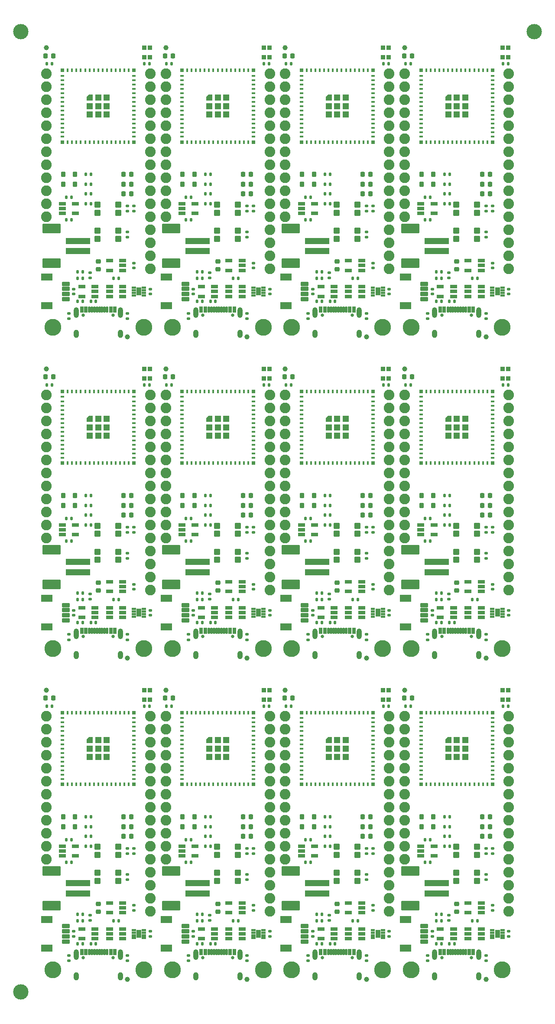
<source format=gts>
%TF.GenerationSoftware,KiCad,Pcbnew,7.0.10*%
%TF.CreationDate,2024-01-23T14:15:21-07:00*%
%TF.ProjectId,SparkFun_Thing_Plus_ESP32-S3_panelized,53706172-6b46-4756-9e5f-5468696e675f,rev?*%
%TF.SameCoordinates,Original*%
%TF.FileFunction,Soldermask,Top*%
%TF.FilePolarity,Negative*%
%FSLAX46Y46*%
G04 Gerber Fmt 4.6, Leading zero omitted, Abs format (unit mm)*
G04 Created by KiCad (PCBNEW 7.0.10) date 2024-01-23 14:15:21*
%MOMM*%
%LPD*%
G01*
G04 APERTURE LIST*
G04 Aperture macros list*
%AMRoundRect*
0 Rectangle with rounded corners*
0 $1 Rounding radius*
0 $2 $3 $4 $5 $6 $7 $8 $9 X,Y pos of 4 corners*
0 Add a 4 corners polygon primitive as box body*
4,1,4,$2,$3,$4,$5,$6,$7,$8,$9,$2,$3,0*
0 Add four circle primitives for the rounded corners*
1,1,$1+$1,$2,$3*
1,1,$1+$1,$4,$5*
1,1,$1+$1,$6,$7*
1,1,$1+$1,$8,$9*
0 Add four rect primitives between the rounded corners*
20,1,$1+$1,$2,$3,$4,$5,0*
20,1,$1+$1,$4,$5,$6,$7,0*
20,1,$1+$1,$6,$7,$8,$9,0*
20,1,$1+$1,$8,$9,$2,$3,0*%
%AMOutline5P*
0 Free polygon, 5 corners , with rotation*
0 The origin of the aperture is its center*
0 number of corners: always 5*
0 $1 to $10 corner X, Y*
0 $11 Rotation angle, in degrees counterclockwise*
0 create outline with 5 corners*
4,1,5,$1,$2,$3,$4,$5,$6,$7,$8,$9,$10,$1,$2,$11*%
%AMOutline6P*
0 Free polygon, 6 corners , with rotation*
0 The origin of the aperture is its center*
0 number of corners: always 6*
0 $1 to $12 corner X, Y*
0 $13 Rotation angle, in degrees counterclockwise*
0 create outline with 6 corners*
4,1,6,$1,$2,$3,$4,$5,$6,$7,$8,$9,$10,$11,$12,$1,$2,$13*%
%AMOutline7P*
0 Free polygon, 7 corners , with rotation*
0 The origin of the aperture is its center*
0 number of corners: always 7*
0 $1 to $14 corner X, Y*
0 $15 Rotation angle, in degrees counterclockwise*
0 create outline with 7 corners*
4,1,7,$1,$2,$3,$4,$5,$6,$7,$8,$9,$10,$11,$12,$13,$14,$1,$2,$15*%
%AMOutline8P*
0 Free polygon, 8 corners , with rotation*
0 The origin of the aperture is its center*
0 number of corners: always 8*
0 $1 to $16 corner X, Y*
0 $17 Rotation angle, in degrees counterclockwise*
0 create outline with 8 corners*
4,1,8,$1,$2,$3,$4,$5,$6,$7,$8,$9,$10,$11,$12,$13,$14,$15,$16,$1,$2,$17*%
G04 Aperture macros list end*
%ADD10C,3.000000*%
%ADD11RoundRect,0.135000X-0.135000X-0.185000X0.135000X-0.185000X0.135000X0.185000X-0.135000X0.185000X0*%
%ADD12RoundRect,0.101600X2.300000X-0.500000X2.300000X0.500000X-2.300000X0.500000X-2.300000X-0.500000X0*%
%ADD13RoundRect,0.101600X1.700000X0.800000X-1.700000X0.800000X-1.700000X-0.800000X1.700000X-0.800000X0*%
%ADD14RoundRect,0.140000X0.140000X0.170000X-0.140000X0.170000X-0.140000X-0.170000X0.140000X-0.170000X0*%
%ADD15RoundRect,0.140000X0.170000X-0.140000X0.170000X0.140000X-0.170000X0.140000X-0.170000X-0.140000X0*%
%ADD16C,3.302000*%
%ADD17RoundRect,0.140000X-0.170000X0.140000X-0.170000X-0.140000X0.170000X-0.140000X0.170000X0.140000X0*%
%ADD18RoundRect,0.140000X-0.140000X-0.170000X0.140000X-0.170000X0.140000X0.170000X-0.140000X0.170000X0*%
%ADD19RoundRect,0.101600X0.600000X-0.275000X0.600000X0.275000X-0.600000X0.275000X-0.600000X-0.275000X0*%
%ADD20RoundRect,0.225000X-0.225000X-0.250000X0.225000X-0.250000X0.225000X0.250000X-0.225000X0.250000X0*%
%ADD21R,0.800000X0.400000*%
%ADD22R,0.400000X0.800000*%
%ADD23Outline5P,-0.600000X0.120000X-0.120000X0.600000X0.600000X0.600000X0.600000X-0.600000X-0.600000X-0.600000X0.000000*%
%ADD24R,1.200000X1.200000*%
%ADD25R,0.800000X0.800000*%
%ADD26C,2.082800*%
%ADD27RoundRect,0.135000X-0.185000X0.135000X-0.185000X-0.135000X0.185000X-0.135000X0.185000X0.135000X0*%
%ADD28RoundRect,0.101600X-0.600000X0.275000X-0.600000X-0.275000X0.600000X-0.275000X0.600000X0.275000X0*%
%ADD29RoundRect,0.101600X-0.675000X0.300000X-0.675000X-0.300000X0.675000X-0.300000X0.675000X0.300000X0*%
%ADD30RoundRect,0.101600X-1.000000X0.600000X-1.000000X-0.600000X1.000000X-0.600000X1.000000X0.600000X0*%
%ADD31RoundRect,0.101600X-0.450000X-0.500000X0.450000X-0.500000X0.450000X0.500000X-0.450000X0.500000X0*%
%ADD32RoundRect,0.135000X0.135000X0.185000X-0.135000X0.185000X-0.135000X-0.185000X0.135000X-0.185000X0*%
%ADD33RoundRect,0.101600X0.315000X0.415000X-0.315000X0.415000X-0.315000X-0.415000X0.315000X-0.415000X0*%
%ADD34RoundRect,0.135000X0.185000X-0.135000X0.185000X0.135000X-0.185000X0.135000X-0.185000X-0.135000X0*%
%ADD35C,1.000000*%
%ADD36RoundRect,0.218750X0.218750X0.256250X-0.218750X0.256250X-0.218750X-0.256250X0.218750X-0.256250X0*%
%ADD37RoundRect,0.225000X0.250000X-0.225000X0.250000X0.225000X-0.250000X0.225000X-0.250000X-0.225000X0*%
%ADD38C,0.650000*%
%ADD39RoundRect,0.070000X0.150000X0.500000X-0.150000X0.500000X-0.150000X-0.500000X0.150000X-0.500000X0*%
%ADD40RoundRect,0.070000X-0.150000X-0.500000X0.150000X-0.500000X0.150000X0.500000X-0.150000X0.500000X0*%
%ADD41RoundRect,0.070000X0.300000X0.500000X-0.300000X0.500000X-0.300000X-0.500000X0.300000X-0.500000X0*%
%ADD42RoundRect,0.070000X-0.300000X-0.500000X0.300000X-0.500000X0.300000X0.500000X-0.300000X0.500000X0*%
%ADD43O,1.000000X1.600000*%
%ADD44O,1.000000X2.100000*%
%ADD45RoundRect,0.101600X0.350000X-0.350000X0.350000X0.350000X-0.350000X0.350000X-0.350000X-0.350000X0*%
G04 APERTURE END LIST*
%TO.C,U4*%
G36*
X90877500Y134015000D02*
G01*
X90037500Y134015000D01*
X90037500Y134455000D01*
X90877500Y134455000D01*
X90877500Y134015000D01*
G37*
G36*
X90877500Y134515000D02*
G01*
X90037500Y134515000D01*
X90037500Y134955000D01*
X90877500Y134955000D01*
X90877500Y134515000D01*
G37*
G36*
X90877500Y135015000D02*
G01*
X90037500Y135015000D01*
X90037500Y135455000D01*
X90877500Y135455000D01*
X90877500Y135015000D01*
G37*
G36*
X90877500Y135515000D02*
G01*
X90037500Y135515000D01*
X90037500Y135955000D01*
X90877500Y135955000D01*
X90877500Y135515000D01*
G37*
G36*
X89917500Y134225000D02*
G01*
X88977500Y134225000D01*
X88977500Y135745000D01*
X89917500Y135745000D01*
X89917500Y134225000D01*
G37*
G36*
X88877500Y134015000D02*
G01*
X88037500Y134015000D01*
X88037500Y134455000D01*
X88877500Y134455000D01*
X88877500Y134015000D01*
G37*
G36*
X88877500Y134515000D02*
G01*
X88037500Y134515000D01*
X88037500Y134955000D01*
X88877500Y134955000D01*
X88877500Y134515000D01*
G37*
G36*
X88877500Y135015000D02*
G01*
X88037500Y135015000D01*
X88037500Y135455000D01*
X88877500Y135455000D01*
X88877500Y135015000D01*
G37*
G36*
X88877500Y135515000D02*
G01*
X88037500Y135515000D01*
X88037500Y135955000D01*
X88877500Y135955000D01*
X88877500Y135515000D01*
G37*
G36*
X90877500Y71285000D02*
G01*
X90037500Y71285000D01*
X90037500Y71725000D01*
X90877500Y71725000D01*
X90877500Y71285000D01*
G37*
G36*
X90877500Y71785000D02*
G01*
X90037500Y71785000D01*
X90037500Y72225000D01*
X90877500Y72225000D01*
X90877500Y71785000D01*
G37*
G36*
X90877500Y72285000D02*
G01*
X90037500Y72285000D01*
X90037500Y72725000D01*
X90877500Y72725000D01*
X90877500Y72285000D01*
G37*
G36*
X90877500Y72785000D02*
G01*
X90037500Y72785000D01*
X90037500Y73225000D01*
X90877500Y73225000D01*
X90877500Y72785000D01*
G37*
G36*
X89917500Y71495000D02*
G01*
X88977500Y71495000D01*
X88977500Y73015000D01*
X89917500Y73015000D01*
X89917500Y71495000D01*
G37*
G36*
X88877500Y71285000D02*
G01*
X88037500Y71285000D01*
X88037500Y71725000D01*
X88877500Y71725000D01*
X88877500Y71285000D01*
G37*
G36*
X88877500Y71785000D02*
G01*
X88037500Y71785000D01*
X88037500Y72225000D01*
X88877500Y72225000D01*
X88877500Y71785000D01*
G37*
G36*
X88877500Y72285000D02*
G01*
X88037500Y72285000D01*
X88037500Y72725000D01*
X88877500Y72725000D01*
X88877500Y72285000D01*
G37*
G36*
X88877500Y72785000D02*
G01*
X88037500Y72785000D01*
X88037500Y73225000D01*
X88877500Y73225000D01*
X88877500Y72785000D01*
G37*
G36*
X90877500Y8555000D02*
G01*
X90037500Y8555000D01*
X90037500Y8995000D01*
X90877500Y8995000D01*
X90877500Y8555000D01*
G37*
G36*
X90877500Y9055000D02*
G01*
X90037500Y9055000D01*
X90037500Y9495000D01*
X90877500Y9495000D01*
X90877500Y9055000D01*
G37*
G36*
X90877500Y9555000D02*
G01*
X90037500Y9555000D01*
X90037500Y9995000D01*
X90877500Y9995000D01*
X90877500Y9555000D01*
G37*
G36*
X90877500Y10055000D02*
G01*
X90037500Y10055000D01*
X90037500Y10495000D01*
X90877500Y10495000D01*
X90877500Y10055000D01*
G37*
G36*
X89917500Y8765000D02*
G01*
X88977500Y8765000D01*
X88977500Y10285000D01*
X89917500Y10285000D01*
X89917500Y8765000D01*
G37*
G36*
X88877500Y8555000D02*
G01*
X88037500Y8555000D01*
X88037500Y8995000D01*
X88877500Y8995000D01*
X88877500Y8555000D01*
G37*
G36*
X88877500Y9055000D02*
G01*
X88037500Y9055000D01*
X88037500Y9495000D01*
X88877500Y9495000D01*
X88877500Y9055000D01*
G37*
G36*
X88877500Y9555000D02*
G01*
X88037500Y9555000D01*
X88037500Y9995000D01*
X88877500Y9995000D01*
X88877500Y9555000D01*
G37*
G36*
X88877500Y10055000D02*
G01*
X88037500Y10055000D01*
X88037500Y10495000D01*
X88877500Y10495000D01*
X88877500Y10055000D01*
G37*
G36*
X67517500Y134015000D02*
G01*
X66677500Y134015000D01*
X66677500Y134455000D01*
X67517500Y134455000D01*
X67517500Y134015000D01*
G37*
G36*
X67517500Y134515000D02*
G01*
X66677500Y134515000D01*
X66677500Y134955000D01*
X67517500Y134955000D01*
X67517500Y134515000D01*
G37*
G36*
X67517500Y135015000D02*
G01*
X66677500Y135015000D01*
X66677500Y135455000D01*
X67517500Y135455000D01*
X67517500Y135015000D01*
G37*
G36*
X67517500Y135515000D02*
G01*
X66677500Y135515000D01*
X66677500Y135955000D01*
X67517500Y135955000D01*
X67517500Y135515000D01*
G37*
G36*
X66557500Y134225000D02*
G01*
X65617500Y134225000D01*
X65617500Y135745000D01*
X66557500Y135745000D01*
X66557500Y134225000D01*
G37*
G36*
X65517500Y134015000D02*
G01*
X64677500Y134015000D01*
X64677500Y134455000D01*
X65517500Y134455000D01*
X65517500Y134015000D01*
G37*
G36*
X65517500Y134515000D02*
G01*
X64677500Y134515000D01*
X64677500Y134955000D01*
X65517500Y134955000D01*
X65517500Y134515000D01*
G37*
G36*
X65517500Y135015000D02*
G01*
X64677500Y135015000D01*
X64677500Y135455000D01*
X65517500Y135455000D01*
X65517500Y135015000D01*
G37*
G36*
X65517500Y135515000D02*
G01*
X64677500Y135515000D01*
X64677500Y135955000D01*
X65517500Y135955000D01*
X65517500Y135515000D01*
G37*
G36*
X67517500Y71285000D02*
G01*
X66677500Y71285000D01*
X66677500Y71725000D01*
X67517500Y71725000D01*
X67517500Y71285000D01*
G37*
G36*
X67517500Y71785000D02*
G01*
X66677500Y71785000D01*
X66677500Y72225000D01*
X67517500Y72225000D01*
X67517500Y71785000D01*
G37*
G36*
X67517500Y72285000D02*
G01*
X66677500Y72285000D01*
X66677500Y72725000D01*
X67517500Y72725000D01*
X67517500Y72285000D01*
G37*
G36*
X67517500Y72785000D02*
G01*
X66677500Y72785000D01*
X66677500Y73225000D01*
X67517500Y73225000D01*
X67517500Y72785000D01*
G37*
G36*
X66557500Y71495000D02*
G01*
X65617500Y71495000D01*
X65617500Y73015000D01*
X66557500Y73015000D01*
X66557500Y71495000D01*
G37*
G36*
X65517500Y71285000D02*
G01*
X64677500Y71285000D01*
X64677500Y71725000D01*
X65517500Y71725000D01*
X65517500Y71285000D01*
G37*
G36*
X65517500Y71785000D02*
G01*
X64677500Y71785000D01*
X64677500Y72225000D01*
X65517500Y72225000D01*
X65517500Y71785000D01*
G37*
G36*
X65517500Y72285000D02*
G01*
X64677500Y72285000D01*
X64677500Y72725000D01*
X65517500Y72725000D01*
X65517500Y72285000D01*
G37*
G36*
X65517500Y72785000D02*
G01*
X64677500Y72785000D01*
X64677500Y73225000D01*
X65517500Y73225000D01*
X65517500Y72785000D01*
G37*
G36*
X67517500Y8555000D02*
G01*
X66677500Y8555000D01*
X66677500Y8995000D01*
X67517500Y8995000D01*
X67517500Y8555000D01*
G37*
G36*
X67517500Y9055000D02*
G01*
X66677500Y9055000D01*
X66677500Y9495000D01*
X67517500Y9495000D01*
X67517500Y9055000D01*
G37*
G36*
X67517500Y9555000D02*
G01*
X66677500Y9555000D01*
X66677500Y9995000D01*
X67517500Y9995000D01*
X67517500Y9555000D01*
G37*
G36*
X67517500Y10055000D02*
G01*
X66677500Y10055000D01*
X66677500Y10495000D01*
X67517500Y10495000D01*
X67517500Y10055000D01*
G37*
G36*
X66557500Y8765000D02*
G01*
X65617500Y8765000D01*
X65617500Y10285000D01*
X66557500Y10285000D01*
X66557500Y8765000D01*
G37*
G36*
X65517500Y8555000D02*
G01*
X64677500Y8555000D01*
X64677500Y8995000D01*
X65517500Y8995000D01*
X65517500Y8555000D01*
G37*
G36*
X65517500Y9055000D02*
G01*
X64677500Y9055000D01*
X64677500Y9495000D01*
X65517500Y9495000D01*
X65517500Y9055000D01*
G37*
G36*
X65517500Y9555000D02*
G01*
X64677500Y9555000D01*
X64677500Y9995000D01*
X65517500Y9995000D01*
X65517500Y9555000D01*
G37*
G36*
X65517500Y10055000D02*
G01*
X64677500Y10055000D01*
X64677500Y10495000D01*
X65517500Y10495000D01*
X65517500Y10055000D01*
G37*
G36*
X44157500Y134015000D02*
G01*
X43317500Y134015000D01*
X43317500Y134455000D01*
X44157500Y134455000D01*
X44157500Y134015000D01*
G37*
G36*
X44157500Y134515000D02*
G01*
X43317500Y134515000D01*
X43317500Y134955000D01*
X44157500Y134955000D01*
X44157500Y134515000D01*
G37*
G36*
X44157500Y135015000D02*
G01*
X43317500Y135015000D01*
X43317500Y135455000D01*
X44157500Y135455000D01*
X44157500Y135015000D01*
G37*
G36*
X44157500Y135515000D02*
G01*
X43317500Y135515000D01*
X43317500Y135955000D01*
X44157500Y135955000D01*
X44157500Y135515000D01*
G37*
G36*
X43197500Y134225000D02*
G01*
X42257500Y134225000D01*
X42257500Y135745000D01*
X43197500Y135745000D01*
X43197500Y134225000D01*
G37*
G36*
X42157500Y134015000D02*
G01*
X41317500Y134015000D01*
X41317500Y134455000D01*
X42157500Y134455000D01*
X42157500Y134015000D01*
G37*
G36*
X42157500Y134515000D02*
G01*
X41317500Y134515000D01*
X41317500Y134955000D01*
X42157500Y134955000D01*
X42157500Y134515000D01*
G37*
G36*
X42157500Y135015000D02*
G01*
X41317500Y135015000D01*
X41317500Y135455000D01*
X42157500Y135455000D01*
X42157500Y135015000D01*
G37*
G36*
X42157500Y135515000D02*
G01*
X41317500Y135515000D01*
X41317500Y135955000D01*
X42157500Y135955000D01*
X42157500Y135515000D01*
G37*
G36*
X44157500Y71285000D02*
G01*
X43317500Y71285000D01*
X43317500Y71725000D01*
X44157500Y71725000D01*
X44157500Y71285000D01*
G37*
G36*
X44157500Y71785000D02*
G01*
X43317500Y71785000D01*
X43317500Y72225000D01*
X44157500Y72225000D01*
X44157500Y71785000D01*
G37*
G36*
X44157500Y72285000D02*
G01*
X43317500Y72285000D01*
X43317500Y72725000D01*
X44157500Y72725000D01*
X44157500Y72285000D01*
G37*
G36*
X44157500Y72785000D02*
G01*
X43317500Y72785000D01*
X43317500Y73225000D01*
X44157500Y73225000D01*
X44157500Y72785000D01*
G37*
G36*
X43197500Y71495000D02*
G01*
X42257500Y71495000D01*
X42257500Y73015000D01*
X43197500Y73015000D01*
X43197500Y71495000D01*
G37*
G36*
X42157500Y71285000D02*
G01*
X41317500Y71285000D01*
X41317500Y71725000D01*
X42157500Y71725000D01*
X42157500Y71285000D01*
G37*
G36*
X42157500Y71785000D02*
G01*
X41317500Y71785000D01*
X41317500Y72225000D01*
X42157500Y72225000D01*
X42157500Y71785000D01*
G37*
G36*
X42157500Y72285000D02*
G01*
X41317500Y72285000D01*
X41317500Y72725000D01*
X42157500Y72725000D01*
X42157500Y72285000D01*
G37*
G36*
X42157500Y72785000D02*
G01*
X41317500Y72785000D01*
X41317500Y73225000D01*
X42157500Y73225000D01*
X42157500Y72785000D01*
G37*
G36*
X44157500Y8555000D02*
G01*
X43317500Y8555000D01*
X43317500Y8995000D01*
X44157500Y8995000D01*
X44157500Y8555000D01*
G37*
G36*
X44157500Y9055000D02*
G01*
X43317500Y9055000D01*
X43317500Y9495000D01*
X44157500Y9495000D01*
X44157500Y9055000D01*
G37*
G36*
X44157500Y9555000D02*
G01*
X43317500Y9555000D01*
X43317500Y9995000D01*
X44157500Y9995000D01*
X44157500Y9555000D01*
G37*
G36*
X44157500Y10055000D02*
G01*
X43317500Y10055000D01*
X43317500Y10495000D01*
X44157500Y10495000D01*
X44157500Y10055000D01*
G37*
G36*
X43197500Y8765000D02*
G01*
X42257500Y8765000D01*
X42257500Y10285000D01*
X43197500Y10285000D01*
X43197500Y8765000D01*
G37*
G36*
X42157500Y8555000D02*
G01*
X41317500Y8555000D01*
X41317500Y8995000D01*
X42157500Y8995000D01*
X42157500Y8555000D01*
G37*
G36*
X42157500Y9055000D02*
G01*
X41317500Y9055000D01*
X41317500Y9495000D01*
X42157500Y9495000D01*
X42157500Y9055000D01*
G37*
G36*
X42157500Y9555000D02*
G01*
X41317500Y9555000D01*
X41317500Y9995000D01*
X42157500Y9995000D01*
X42157500Y9555000D01*
G37*
G36*
X42157500Y10055000D02*
G01*
X41317500Y10055000D01*
X41317500Y10495000D01*
X42157500Y10495000D01*
X42157500Y10055000D01*
G37*
G36*
X20797500Y134015000D02*
G01*
X19957500Y134015000D01*
X19957500Y134455000D01*
X20797500Y134455000D01*
X20797500Y134015000D01*
G37*
G36*
X20797500Y134515000D02*
G01*
X19957500Y134515000D01*
X19957500Y134955000D01*
X20797500Y134955000D01*
X20797500Y134515000D01*
G37*
G36*
X20797500Y135015000D02*
G01*
X19957500Y135015000D01*
X19957500Y135455000D01*
X20797500Y135455000D01*
X20797500Y135015000D01*
G37*
G36*
X20797500Y135515000D02*
G01*
X19957500Y135515000D01*
X19957500Y135955000D01*
X20797500Y135955000D01*
X20797500Y135515000D01*
G37*
G36*
X19837500Y134225000D02*
G01*
X18897500Y134225000D01*
X18897500Y135745000D01*
X19837500Y135745000D01*
X19837500Y134225000D01*
G37*
G36*
X18797500Y134015000D02*
G01*
X17957500Y134015000D01*
X17957500Y134455000D01*
X18797500Y134455000D01*
X18797500Y134015000D01*
G37*
G36*
X18797500Y134515000D02*
G01*
X17957500Y134515000D01*
X17957500Y134955000D01*
X18797500Y134955000D01*
X18797500Y134515000D01*
G37*
G36*
X18797500Y135015000D02*
G01*
X17957500Y135015000D01*
X17957500Y135455000D01*
X18797500Y135455000D01*
X18797500Y135015000D01*
G37*
G36*
X18797500Y135515000D02*
G01*
X17957500Y135515000D01*
X17957500Y135955000D01*
X18797500Y135955000D01*
X18797500Y135515000D01*
G37*
G36*
X20797500Y71285000D02*
G01*
X19957500Y71285000D01*
X19957500Y71725000D01*
X20797500Y71725000D01*
X20797500Y71285000D01*
G37*
G36*
X20797500Y71785000D02*
G01*
X19957500Y71785000D01*
X19957500Y72225000D01*
X20797500Y72225000D01*
X20797500Y71785000D01*
G37*
G36*
X20797500Y72285000D02*
G01*
X19957500Y72285000D01*
X19957500Y72725000D01*
X20797500Y72725000D01*
X20797500Y72285000D01*
G37*
G36*
X20797500Y72785000D02*
G01*
X19957500Y72785000D01*
X19957500Y73225000D01*
X20797500Y73225000D01*
X20797500Y72785000D01*
G37*
G36*
X19837500Y71495000D02*
G01*
X18897500Y71495000D01*
X18897500Y73015000D01*
X19837500Y73015000D01*
X19837500Y71495000D01*
G37*
G36*
X18797500Y71285000D02*
G01*
X17957500Y71285000D01*
X17957500Y71725000D01*
X18797500Y71725000D01*
X18797500Y71285000D01*
G37*
G36*
X18797500Y71785000D02*
G01*
X17957500Y71785000D01*
X17957500Y72225000D01*
X18797500Y72225000D01*
X18797500Y71785000D01*
G37*
G36*
X18797500Y72285000D02*
G01*
X17957500Y72285000D01*
X17957500Y72725000D01*
X18797500Y72725000D01*
X18797500Y72285000D01*
G37*
G36*
X18797500Y72785000D02*
G01*
X17957500Y72785000D01*
X17957500Y73225000D01*
X18797500Y73225000D01*
X18797500Y72785000D01*
G37*
G36*
X20797500Y8555000D02*
G01*
X19957500Y8555000D01*
X19957500Y8995000D01*
X20797500Y8995000D01*
X20797500Y8555000D01*
G37*
G36*
X20797500Y9055000D02*
G01*
X19957500Y9055000D01*
X19957500Y9495000D01*
X20797500Y9495000D01*
X20797500Y9055000D01*
G37*
G36*
X20797500Y9555000D02*
G01*
X19957500Y9555000D01*
X19957500Y9995000D01*
X20797500Y9995000D01*
X20797500Y9555000D01*
G37*
G36*
X20797500Y10055000D02*
G01*
X19957500Y10055000D01*
X19957500Y10495000D01*
X20797500Y10495000D01*
X20797500Y10055000D01*
G37*
G36*
X19837500Y8765000D02*
G01*
X18897500Y8765000D01*
X18897500Y10285000D01*
X19837500Y10285000D01*
X19837500Y8765000D01*
G37*
G36*
X18797500Y8555000D02*
G01*
X17957500Y8555000D01*
X17957500Y8995000D01*
X18797500Y8995000D01*
X18797500Y8555000D01*
G37*
G36*
X18797500Y9055000D02*
G01*
X17957500Y9055000D01*
X17957500Y9495000D01*
X18797500Y9495000D01*
X18797500Y9055000D01*
G37*
G36*
X18797500Y9555000D02*
G01*
X17957500Y9555000D01*
X17957500Y9995000D01*
X18797500Y9995000D01*
X18797500Y9555000D01*
G37*
G36*
X18797500Y10055000D02*
G01*
X17957500Y10055000D01*
X17957500Y10495000D01*
X18797500Y10495000D01*
X18797500Y10055000D01*
G37*
%TD*%
D10*
%TO.C,*%
X96615000Y185690000D03*
%TD*%
%TO.C,*%
X-3675000Y185690000D03*
%TD*%
%TO.C,*%
X-3675000Y-1810000D03*
%TD*%
D11*
%TO.C,R7*%
X79095000Y157845000D03*
X80115000Y157845000D03*
%TD*%
%TO.C,R7*%
X79095000Y95115000D03*
X80115000Y95115000D03*
%TD*%
%TO.C,R7*%
X79095000Y32385000D03*
X80115000Y32385000D03*
%TD*%
%TO.C,R7*%
X55735000Y157845000D03*
X56755000Y157845000D03*
%TD*%
%TO.C,R7*%
X55735000Y95115000D03*
X56755000Y95115000D03*
%TD*%
%TO.C,R7*%
X55735000Y32385000D03*
X56755000Y32385000D03*
%TD*%
%TO.C,R7*%
X32375000Y157845000D03*
X33395000Y157845000D03*
%TD*%
%TO.C,R7*%
X32375000Y95115000D03*
X33395000Y95115000D03*
%TD*%
%TO.C,R7*%
X32375000Y32385000D03*
X33395000Y32385000D03*
%TD*%
%TO.C,R7*%
X9015000Y157845000D03*
X10035000Y157845000D03*
%TD*%
%TO.C,R7*%
X9015000Y95115000D03*
X10035000Y95115000D03*
%TD*%
D12*
%TO.C,J3*%
X77590000Y142875000D03*
X77590000Y144875000D03*
D13*
X72390000Y140475000D03*
X72390000Y147275000D03*
%TD*%
D12*
%TO.C,J3*%
X77590000Y80145000D03*
X77590000Y82145000D03*
D13*
X72390000Y77745000D03*
X72390000Y84545000D03*
%TD*%
D12*
%TO.C,J3*%
X77590000Y17415000D03*
X77590000Y19415000D03*
D13*
X72390000Y15015000D03*
X72390000Y21815000D03*
%TD*%
D12*
%TO.C,J3*%
X54230000Y142875000D03*
X54230000Y144875000D03*
D13*
X49030000Y140475000D03*
X49030000Y147275000D03*
%TD*%
D12*
%TO.C,J3*%
X54230000Y80145000D03*
X54230000Y82145000D03*
D13*
X49030000Y77745000D03*
X49030000Y84545000D03*
%TD*%
D12*
%TO.C,J3*%
X54230000Y17415000D03*
X54230000Y19415000D03*
D13*
X49030000Y15015000D03*
X49030000Y21815000D03*
%TD*%
D12*
%TO.C,J3*%
X30870000Y142875000D03*
X30870000Y144875000D03*
D13*
X25670000Y140475000D03*
X25670000Y147275000D03*
%TD*%
D12*
%TO.C,J3*%
X30870000Y80145000D03*
X30870000Y82145000D03*
D13*
X25670000Y77745000D03*
X25670000Y84545000D03*
%TD*%
D12*
%TO.C,J3*%
X30870000Y17415000D03*
X30870000Y19415000D03*
D13*
X25670000Y15015000D03*
X25670000Y21815000D03*
%TD*%
D12*
%TO.C,J3*%
X7510000Y142875000D03*
X7510000Y144875000D03*
D13*
X2310000Y140475000D03*
X2310000Y147275000D03*
%TD*%
D12*
%TO.C,J3*%
X7510000Y80145000D03*
X7510000Y82145000D03*
D13*
X2310000Y77745000D03*
X2310000Y84545000D03*
%TD*%
D14*
%TO.C,C14*%
X81037500Y133080000D03*
X80077500Y133080000D03*
%TD*%
%TO.C,C14*%
X81037500Y70350000D03*
X80077500Y70350000D03*
%TD*%
%TO.C,C14*%
X81037500Y7620000D03*
X80077500Y7620000D03*
%TD*%
%TO.C,C14*%
X57677500Y133080000D03*
X56717500Y133080000D03*
%TD*%
%TO.C,C14*%
X57677500Y70350000D03*
X56717500Y70350000D03*
%TD*%
%TO.C,C14*%
X57677500Y7620000D03*
X56717500Y7620000D03*
%TD*%
%TO.C,C14*%
X34317500Y133080000D03*
X33357500Y133080000D03*
%TD*%
%TO.C,C14*%
X34317500Y70350000D03*
X33357500Y70350000D03*
%TD*%
%TO.C,C14*%
X34317500Y7620000D03*
X33357500Y7620000D03*
%TD*%
%TO.C,C14*%
X10957500Y133080000D03*
X9997500Y133080000D03*
%TD*%
%TO.C,C14*%
X10957500Y70350000D03*
X9997500Y70350000D03*
%TD*%
D15*
%TO.C,C11*%
X87225000Y145617500D03*
X87225000Y146577500D03*
%TD*%
%TO.C,C11*%
X87225000Y82887500D03*
X87225000Y83847500D03*
%TD*%
%TO.C,C11*%
X87225000Y20157500D03*
X87225000Y21117500D03*
%TD*%
%TO.C,C11*%
X63865000Y145617500D03*
X63865000Y146577500D03*
%TD*%
%TO.C,C11*%
X63865000Y82887500D03*
X63865000Y83847500D03*
%TD*%
%TO.C,C11*%
X63865000Y20157500D03*
X63865000Y21117500D03*
%TD*%
%TO.C,C11*%
X40505000Y145617500D03*
X40505000Y146577500D03*
%TD*%
%TO.C,C11*%
X40505000Y82887500D03*
X40505000Y83847500D03*
%TD*%
%TO.C,C11*%
X40505000Y20157500D03*
X40505000Y21117500D03*
%TD*%
%TO.C,C11*%
X17145000Y145617500D03*
X17145000Y146577500D03*
%TD*%
%TO.C,C11*%
X17145000Y82887500D03*
X17145000Y83847500D03*
%TD*%
D16*
%TO.C,ST3*%
X90400000Y128000000D03*
%TD*%
%TO.C,ST3*%
X90400000Y65270000D03*
%TD*%
%TO.C,ST3*%
X90400000Y2540000D03*
%TD*%
%TO.C,ST3*%
X67040000Y128000000D03*
%TD*%
%TO.C,ST3*%
X67040000Y65270000D03*
%TD*%
%TO.C,ST3*%
X67040000Y2540000D03*
%TD*%
%TO.C,ST3*%
X43680000Y128000000D03*
%TD*%
%TO.C,ST3*%
X43680000Y65270000D03*
%TD*%
%TO.C,ST3*%
X43680000Y2540000D03*
%TD*%
%TO.C,ST3*%
X20320000Y128000000D03*
%TD*%
%TO.C,ST3*%
X20320000Y65270000D03*
%TD*%
D17*
%TO.C,C3*%
X76747500Y135465000D03*
X76747500Y134505000D03*
%TD*%
%TO.C,C3*%
X76747500Y72735000D03*
X76747500Y71775000D03*
%TD*%
%TO.C,C3*%
X76747500Y10005000D03*
X76747500Y9045000D03*
%TD*%
%TO.C,C3*%
X53387500Y135465000D03*
X53387500Y134505000D03*
%TD*%
%TO.C,C3*%
X53387500Y72735000D03*
X53387500Y71775000D03*
%TD*%
%TO.C,C3*%
X53387500Y10005000D03*
X53387500Y9045000D03*
%TD*%
%TO.C,C3*%
X30027500Y135465000D03*
X30027500Y134505000D03*
%TD*%
%TO.C,C3*%
X30027500Y72735000D03*
X30027500Y71775000D03*
%TD*%
%TO.C,C3*%
X30027500Y10005000D03*
X30027500Y9045000D03*
%TD*%
%TO.C,C3*%
X6667500Y135465000D03*
X6667500Y134505000D03*
%TD*%
%TO.C,C3*%
X6667500Y72735000D03*
X6667500Y71775000D03*
%TD*%
D18*
%TO.C,C13*%
X79125000Y152130000D03*
X80085000Y152130000D03*
%TD*%
%TO.C,C13*%
X79125000Y89400000D03*
X80085000Y89400000D03*
%TD*%
%TO.C,C13*%
X79125000Y26670000D03*
X80085000Y26670000D03*
%TD*%
%TO.C,C13*%
X55765000Y152130000D03*
X56725000Y152130000D03*
%TD*%
%TO.C,C13*%
X55765000Y89400000D03*
X56725000Y89400000D03*
%TD*%
%TO.C,C13*%
X55765000Y26670000D03*
X56725000Y26670000D03*
%TD*%
%TO.C,C13*%
X32405000Y152130000D03*
X33365000Y152130000D03*
%TD*%
%TO.C,C13*%
X32405000Y89400000D03*
X33365000Y89400000D03*
%TD*%
%TO.C,C13*%
X32405000Y26670000D03*
X33365000Y26670000D03*
%TD*%
%TO.C,C13*%
X9045000Y152130000D03*
X10005000Y152130000D03*
%TD*%
%TO.C,C13*%
X9045000Y89400000D03*
X10005000Y89400000D03*
%TD*%
D19*
%TO.C,U1*%
X80905100Y134035000D03*
X80905100Y134985000D03*
X80905100Y135935000D03*
X78304900Y135935000D03*
X78304900Y134035000D03*
%TD*%
%TO.C,U1*%
X80905100Y71305000D03*
X80905100Y72255000D03*
X80905100Y73205000D03*
X78304900Y73205000D03*
X78304900Y71305000D03*
%TD*%
%TO.C,U1*%
X80905100Y8575000D03*
X80905100Y9525000D03*
X80905100Y10475000D03*
X78304900Y10475000D03*
X78304900Y8575000D03*
%TD*%
%TO.C,U1*%
X57545100Y134035000D03*
X57545100Y134985000D03*
X57545100Y135935000D03*
X54944900Y135935000D03*
X54944900Y134035000D03*
%TD*%
%TO.C,U1*%
X57545100Y71305000D03*
X57545100Y72255000D03*
X57545100Y73205000D03*
X54944900Y73205000D03*
X54944900Y71305000D03*
%TD*%
%TO.C,U1*%
X57545100Y8575000D03*
X57545100Y9525000D03*
X57545100Y10475000D03*
X54944900Y10475000D03*
X54944900Y8575000D03*
%TD*%
%TO.C,U1*%
X34185100Y134035000D03*
X34185100Y134985000D03*
X34185100Y135935000D03*
X31584900Y135935000D03*
X31584900Y134035000D03*
%TD*%
%TO.C,U1*%
X34185100Y71305000D03*
X34185100Y72255000D03*
X34185100Y73205000D03*
X31584900Y73205000D03*
X31584900Y71305000D03*
%TD*%
%TO.C,U1*%
X34185100Y8575000D03*
X34185100Y9525000D03*
X34185100Y10475000D03*
X31584900Y10475000D03*
X31584900Y8575000D03*
%TD*%
%TO.C,U1*%
X10825100Y134035000D03*
X10825100Y134985000D03*
X10825100Y135935000D03*
X8224900Y135935000D03*
X8224900Y134035000D03*
%TD*%
%TO.C,U1*%
X10825100Y71305000D03*
X10825100Y72255000D03*
X10825100Y73205000D03*
X8224900Y73205000D03*
X8224900Y71305000D03*
%TD*%
D20*
%TO.C,C1*%
X71210000Y181022500D03*
X72760000Y181022500D03*
%TD*%
%TO.C,C1*%
X71210000Y118292500D03*
X72760000Y118292500D03*
%TD*%
%TO.C,C1*%
X71210000Y55562500D03*
X72760000Y55562500D03*
%TD*%
%TO.C,C1*%
X47850000Y181022500D03*
X49400000Y181022500D03*
%TD*%
%TO.C,C1*%
X47850000Y118292500D03*
X49400000Y118292500D03*
%TD*%
%TO.C,C1*%
X47850000Y55562500D03*
X49400000Y55562500D03*
%TD*%
%TO.C,C1*%
X24490000Y181022500D03*
X26040000Y181022500D03*
%TD*%
%TO.C,C1*%
X24490000Y118292500D03*
X26040000Y118292500D03*
%TD*%
%TO.C,C1*%
X24490000Y55562500D03*
X26040000Y55562500D03*
%TD*%
%TO.C,C1*%
X1130000Y181022500D03*
X2680000Y181022500D03*
%TD*%
%TO.C,C1*%
X1130000Y118292500D03*
X2680000Y118292500D03*
%TD*%
D21*
%TO.C,U3*%
X74510000Y177130000D03*
X74510000Y176280000D03*
X74510000Y175430000D03*
X74510000Y174580000D03*
X74510000Y173730000D03*
X74510000Y172880000D03*
X74510000Y172030000D03*
X74510000Y171180000D03*
X74510000Y170330000D03*
X74510000Y169480000D03*
X74510000Y168630000D03*
X74510000Y167780000D03*
X74510000Y166930000D03*
X74510000Y166080000D03*
X74510000Y165230000D03*
D22*
X75560000Y164180000D03*
X76410000Y164180000D03*
X77260000Y164180000D03*
X78110000Y164180000D03*
X78960000Y164180000D03*
X79810000Y164180000D03*
X80660000Y164180000D03*
X81510000Y164180000D03*
X82360000Y164180000D03*
X83210000Y164180000D03*
X84060000Y164180000D03*
X84910000Y164180000D03*
X85760000Y164180000D03*
X86610000Y164180000D03*
X87460000Y164180000D03*
D21*
X88510000Y165230000D03*
X88510000Y166080000D03*
X88510000Y166930000D03*
X88510000Y167780000D03*
X88510000Y168630000D03*
X88510000Y169480000D03*
X88510000Y170330000D03*
X88510000Y171180000D03*
X88510000Y172030000D03*
X88510000Y172880000D03*
X88510000Y173730000D03*
X88510000Y174580000D03*
X88510000Y175430000D03*
X88510000Y176280000D03*
X88510000Y177130000D03*
D22*
X87460000Y178180000D03*
X86610000Y178180000D03*
X85760000Y178180000D03*
X84910000Y178180000D03*
X84060000Y178180000D03*
X83210000Y178180000D03*
X82360000Y178180000D03*
X81510000Y178180000D03*
X80660000Y178180000D03*
X79810000Y178180000D03*
X78960000Y178180000D03*
X78110000Y178180000D03*
X77260000Y178180000D03*
X76410000Y178180000D03*
X75560000Y178180000D03*
D23*
X79860000Y172830000D03*
D24*
X79860000Y171180000D03*
X79860000Y169530000D03*
X81510000Y172830000D03*
X81510000Y171180000D03*
X81510000Y169530000D03*
X83160000Y172830000D03*
X83160000Y171180000D03*
X83160000Y169530000D03*
D25*
X74510000Y178180000D03*
X74510000Y164180000D03*
X88510000Y164180000D03*
X88510000Y178180000D03*
%TD*%
D21*
%TO.C,U3*%
X74510000Y114400000D03*
X74510000Y113550000D03*
X74510000Y112700000D03*
X74510000Y111850000D03*
X74510000Y111000000D03*
X74510000Y110150000D03*
X74510000Y109300000D03*
X74510000Y108450000D03*
X74510000Y107600000D03*
X74510000Y106750000D03*
X74510000Y105900000D03*
X74510000Y105050000D03*
X74510000Y104200000D03*
X74510000Y103350000D03*
X74510000Y102500000D03*
D22*
X75560000Y101450000D03*
X76410000Y101450000D03*
X77260000Y101450000D03*
X78110000Y101450000D03*
X78960000Y101450000D03*
X79810000Y101450000D03*
X80660000Y101450000D03*
X81510000Y101450000D03*
X82360000Y101450000D03*
X83210000Y101450000D03*
X84060000Y101450000D03*
X84910000Y101450000D03*
X85760000Y101450000D03*
X86610000Y101450000D03*
X87460000Y101450000D03*
D21*
X88510000Y102500000D03*
X88510000Y103350000D03*
X88510000Y104200000D03*
X88510000Y105050000D03*
X88510000Y105900000D03*
X88510000Y106750000D03*
X88510000Y107600000D03*
X88510000Y108450000D03*
X88510000Y109300000D03*
X88510000Y110150000D03*
X88510000Y111000000D03*
X88510000Y111850000D03*
X88510000Y112700000D03*
X88510000Y113550000D03*
X88510000Y114400000D03*
D22*
X87460000Y115450000D03*
X86610000Y115450000D03*
X85760000Y115450000D03*
X84910000Y115450000D03*
X84060000Y115450000D03*
X83210000Y115450000D03*
X82360000Y115450000D03*
X81510000Y115450000D03*
X80660000Y115450000D03*
X79810000Y115450000D03*
X78960000Y115450000D03*
X78110000Y115450000D03*
X77260000Y115450000D03*
X76410000Y115450000D03*
X75560000Y115450000D03*
D23*
X79860000Y110100000D03*
D24*
X79860000Y108450000D03*
X79860000Y106800000D03*
X81510000Y110100000D03*
X81510000Y108450000D03*
X81510000Y106800000D03*
X83160000Y110100000D03*
X83160000Y108450000D03*
X83160000Y106800000D03*
D25*
X74510000Y115450000D03*
X74510000Y101450000D03*
X88510000Y101450000D03*
X88510000Y115450000D03*
%TD*%
D21*
%TO.C,U3*%
X74510000Y51670000D03*
X74510000Y50820000D03*
X74510000Y49970000D03*
X74510000Y49120000D03*
X74510000Y48270000D03*
X74510000Y47420000D03*
X74510000Y46570000D03*
X74510000Y45720000D03*
X74510000Y44870000D03*
X74510000Y44020000D03*
X74510000Y43170000D03*
X74510000Y42320000D03*
X74510000Y41470000D03*
X74510000Y40620000D03*
X74510000Y39770000D03*
D22*
X75560000Y38720000D03*
X76410000Y38720000D03*
X77260000Y38720000D03*
X78110000Y38720000D03*
X78960000Y38720000D03*
X79810000Y38720000D03*
X80660000Y38720000D03*
X81510000Y38720000D03*
X82360000Y38720000D03*
X83210000Y38720000D03*
X84060000Y38720000D03*
X84910000Y38720000D03*
X85760000Y38720000D03*
X86610000Y38720000D03*
X87460000Y38720000D03*
D21*
X88510000Y39770000D03*
X88510000Y40620000D03*
X88510000Y41470000D03*
X88510000Y42320000D03*
X88510000Y43170000D03*
X88510000Y44020000D03*
X88510000Y44870000D03*
X88510000Y45720000D03*
X88510000Y46570000D03*
X88510000Y47420000D03*
X88510000Y48270000D03*
X88510000Y49120000D03*
X88510000Y49970000D03*
X88510000Y50820000D03*
X88510000Y51670000D03*
D22*
X87460000Y52720000D03*
X86610000Y52720000D03*
X85760000Y52720000D03*
X84910000Y52720000D03*
X84060000Y52720000D03*
X83210000Y52720000D03*
X82360000Y52720000D03*
X81510000Y52720000D03*
X80660000Y52720000D03*
X79810000Y52720000D03*
X78960000Y52720000D03*
X78110000Y52720000D03*
X77260000Y52720000D03*
X76410000Y52720000D03*
X75560000Y52720000D03*
D23*
X79860000Y47370000D03*
D24*
X79860000Y45720000D03*
X79860000Y44070000D03*
X81510000Y47370000D03*
X81510000Y45720000D03*
X81510000Y44070000D03*
X83160000Y47370000D03*
X83160000Y45720000D03*
X83160000Y44070000D03*
D25*
X74510000Y52720000D03*
X74510000Y38720000D03*
X88510000Y38720000D03*
X88510000Y52720000D03*
%TD*%
D21*
%TO.C,U3*%
X51150000Y177130000D03*
X51150000Y176280000D03*
X51150000Y175430000D03*
X51150000Y174580000D03*
X51150000Y173730000D03*
X51150000Y172880000D03*
X51150000Y172030000D03*
X51150000Y171180000D03*
X51150000Y170330000D03*
X51150000Y169480000D03*
X51150000Y168630000D03*
X51150000Y167780000D03*
X51150000Y166930000D03*
X51150000Y166080000D03*
X51150000Y165230000D03*
D22*
X52200000Y164180000D03*
X53050000Y164180000D03*
X53900000Y164180000D03*
X54750000Y164180000D03*
X55600000Y164180000D03*
X56450000Y164180000D03*
X57300000Y164180000D03*
X58150000Y164180000D03*
X59000000Y164180000D03*
X59850000Y164180000D03*
X60700000Y164180000D03*
X61550000Y164180000D03*
X62400000Y164180000D03*
X63250000Y164180000D03*
X64100000Y164180000D03*
D21*
X65150000Y165230000D03*
X65150000Y166080000D03*
X65150000Y166930000D03*
X65150000Y167780000D03*
X65150000Y168630000D03*
X65150000Y169480000D03*
X65150000Y170330000D03*
X65150000Y171180000D03*
X65150000Y172030000D03*
X65150000Y172880000D03*
X65150000Y173730000D03*
X65150000Y174580000D03*
X65150000Y175430000D03*
X65150000Y176280000D03*
X65150000Y177130000D03*
D22*
X64100000Y178180000D03*
X63250000Y178180000D03*
X62400000Y178180000D03*
X61550000Y178180000D03*
X60700000Y178180000D03*
X59850000Y178180000D03*
X59000000Y178180000D03*
X58150000Y178180000D03*
X57300000Y178180000D03*
X56450000Y178180000D03*
X55600000Y178180000D03*
X54750000Y178180000D03*
X53900000Y178180000D03*
X53050000Y178180000D03*
X52200000Y178180000D03*
D23*
X56500000Y172830000D03*
D24*
X56500000Y171180000D03*
X56500000Y169530000D03*
X58150000Y172830000D03*
X58150000Y171180000D03*
X58150000Y169530000D03*
X59800000Y172830000D03*
X59800000Y171180000D03*
X59800000Y169530000D03*
D25*
X51150000Y178180000D03*
X51150000Y164180000D03*
X65150000Y164180000D03*
X65150000Y178180000D03*
%TD*%
D21*
%TO.C,U3*%
X51150000Y114400000D03*
X51150000Y113550000D03*
X51150000Y112700000D03*
X51150000Y111850000D03*
X51150000Y111000000D03*
X51150000Y110150000D03*
X51150000Y109300000D03*
X51150000Y108450000D03*
X51150000Y107600000D03*
X51150000Y106750000D03*
X51150000Y105900000D03*
X51150000Y105050000D03*
X51150000Y104200000D03*
X51150000Y103350000D03*
X51150000Y102500000D03*
D22*
X52200000Y101450000D03*
X53050000Y101450000D03*
X53900000Y101450000D03*
X54750000Y101450000D03*
X55600000Y101450000D03*
X56450000Y101450000D03*
X57300000Y101450000D03*
X58150000Y101450000D03*
X59000000Y101450000D03*
X59850000Y101450000D03*
X60700000Y101450000D03*
X61550000Y101450000D03*
X62400000Y101450000D03*
X63250000Y101450000D03*
X64100000Y101450000D03*
D21*
X65150000Y102500000D03*
X65150000Y103350000D03*
X65150000Y104200000D03*
X65150000Y105050000D03*
X65150000Y105900000D03*
X65150000Y106750000D03*
X65150000Y107600000D03*
X65150000Y108450000D03*
X65150000Y109300000D03*
X65150000Y110150000D03*
X65150000Y111000000D03*
X65150000Y111850000D03*
X65150000Y112700000D03*
X65150000Y113550000D03*
X65150000Y114400000D03*
D22*
X64100000Y115450000D03*
X63250000Y115450000D03*
X62400000Y115450000D03*
X61550000Y115450000D03*
X60700000Y115450000D03*
X59850000Y115450000D03*
X59000000Y115450000D03*
X58150000Y115450000D03*
X57300000Y115450000D03*
X56450000Y115450000D03*
X55600000Y115450000D03*
X54750000Y115450000D03*
X53900000Y115450000D03*
X53050000Y115450000D03*
X52200000Y115450000D03*
D23*
X56500000Y110100000D03*
D24*
X56500000Y108450000D03*
X56500000Y106800000D03*
X58150000Y110100000D03*
X58150000Y108450000D03*
X58150000Y106800000D03*
X59800000Y110100000D03*
X59800000Y108450000D03*
X59800000Y106800000D03*
D25*
X51150000Y115450000D03*
X51150000Y101450000D03*
X65150000Y101450000D03*
X65150000Y115450000D03*
%TD*%
D21*
%TO.C,U3*%
X51150000Y51670000D03*
X51150000Y50820000D03*
X51150000Y49970000D03*
X51150000Y49120000D03*
X51150000Y48270000D03*
X51150000Y47420000D03*
X51150000Y46570000D03*
X51150000Y45720000D03*
X51150000Y44870000D03*
X51150000Y44020000D03*
X51150000Y43170000D03*
X51150000Y42320000D03*
X51150000Y41470000D03*
X51150000Y40620000D03*
X51150000Y39770000D03*
D22*
X52200000Y38720000D03*
X53050000Y38720000D03*
X53900000Y38720000D03*
X54750000Y38720000D03*
X55600000Y38720000D03*
X56450000Y38720000D03*
X57300000Y38720000D03*
X58150000Y38720000D03*
X59000000Y38720000D03*
X59850000Y38720000D03*
X60700000Y38720000D03*
X61550000Y38720000D03*
X62400000Y38720000D03*
X63250000Y38720000D03*
X64100000Y38720000D03*
D21*
X65150000Y39770000D03*
X65150000Y40620000D03*
X65150000Y41470000D03*
X65150000Y42320000D03*
X65150000Y43170000D03*
X65150000Y44020000D03*
X65150000Y44870000D03*
X65150000Y45720000D03*
X65150000Y46570000D03*
X65150000Y47420000D03*
X65150000Y48270000D03*
X65150000Y49120000D03*
X65150000Y49970000D03*
X65150000Y50820000D03*
X65150000Y51670000D03*
D22*
X64100000Y52720000D03*
X63250000Y52720000D03*
X62400000Y52720000D03*
X61550000Y52720000D03*
X60700000Y52720000D03*
X59850000Y52720000D03*
X59000000Y52720000D03*
X58150000Y52720000D03*
X57300000Y52720000D03*
X56450000Y52720000D03*
X55600000Y52720000D03*
X54750000Y52720000D03*
X53900000Y52720000D03*
X53050000Y52720000D03*
X52200000Y52720000D03*
D23*
X56500000Y47370000D03*
D24*
X56500000Y45720000D03*
X56500000Y44070000D03*
X58150000Y47370000D03*
X58150000Y45720000D03*
X58150000Y44070000D03*
X59800000Y47370000D03*
X59800000Y45720000D03*
X59800000Y44070000D03*
D25*
X51150000Y52720000D03*
X51150000Y38720000D03*
X65150000Y38720000D03*
X65150000Y52720000D03*
%TD*%
D21*
%TO.C,U3*%
X27790000Y177130000D03*
X27790000Y176280000D03*
X27790000Y175430000D03*
X27790000Y174580000D03*
X27790000Y173730000D03*
X27790000Y172880000D03*
X27790000Y172030000D03*
X27790000Y171180000D03*
X27790000Y170330000D03*
X27790000Y169480000D03*
X27790000Y168630000D03*
X27790000Y167780000D03*
X27790000Y166930000D03*
X27790000Y166080000D03*
X27790000Y165230000D03*
D22*
X28840000Y164180000D03*
X29690000Y164180000D03*
X30540000Y164180000D03*
X31390000Y164180000D03*
X32240000Y164180000D03*
X33090000Y164180000D03*
X33940000Y164180000D03*
X34790000Y164180000D03*
X35640000Y164180000D03*
X36490000Y164180000D03*
X37340000Y164180000D03*
X38190000Y164180000D03*
X39040000Y164180000D03*
X39890000Y164180000D03*
X40740000Y164180000D03*
D21*
X41790000Y165230000D03*
X41790000Y166080000D03*
X41790000Y166930000D03*
X41790000Y167780000D03*
X41790000Y168630000D03*
X41790000Y169480000D03*
X41790000Y170330000D03*
X41790000Y171180000D03*
X41790000Y172030000D03*
X41790000Y172880000D03*
X41790000Y173730000D03*
X41790000Y174580000D03*
X41790000Y175430000D03*
X41790000Y176280000D03*
X41790000Y177130000D03*
D22*
X40740000Y178180000D03*
X39890000Y178180000D03*
X39040000Y178180000D03*
X38190000Y178180000D03*
X37340000Y178180000D03*
X36490000Y178180000D03*
X35640000Y178180000D03*
X34790000Y178180000D03*
X33940000Y178180000D03*
X33090000Y178180000D03*
X32240000Y178180000D03*
X31390000Y178180000D03*
X30540000Y178180000D03*
X29690000Y178180000D03*
X28840000Y178180000D03*
D23*
X33140000Y172830000D03*
D24*
X33140000Y171180000D03*
X33140000Y169530000D03*
X34790000Y172830000D03*
X34790000Y171180000D03*
X34790000Y169530000D03*
X36440000Y172830000D03*
X36440000Y171180000D03*
X36440000Y169530000D03*
D25*
X27790000Y178180000D03*
X27790000Y164180000D03*
X41790000Y164180000D03*
X41790000Y178180000D03*
%TD*%
D21*
%TO.C,U3*%
X27790000Y114400000D03*
X27790000Y113550000D03*
X27790000Y112700000D03*
X27790000Y111850000D03*
X27790000Y111000000D03*
X27790000Y110150000D03*
X27790000Y109300000D03*
X27790000Y108450000D03*
X27790000Y107600000D03*
X27790000Y106750000D03*
X27790000Y105900000D03*
X27790000Y105050000D03*
X27790000Y104200000D03*
X27790000Y103350000D03*
X27790000Y102500000D03*
D22*
X28840000Y101450000D03*
X29690000Y101450000D03*
X30540000Y101450000D03*
X31390000Y101450000D03*
X32240000Y101450000D03*
X33090000Y101450000D03*
X33940000Y101450000D03*
X34790000Y101450000D03*
X35640000Y101450000D03*
X36490000Y101450000D03*
X37340000Y101450000D03*
X38190000Y101450000D03*
X39040000Y101450000D03*
X39890000Y101450000D03*
X40740000Y101450000D03*
D21*
X41790000Y102500000D03*
X41790000Y103350000D03*
X41790000Y104200000D03*
X41790000Y105050000D03*
X41790000Y105900000D03*
X41790000Y106750000D03*
X41790000Y107600000D03*
X41790000Y108450000D03*
X41790000Y109300000D03*
X41790000Y110150000D03*
X41790000Y111000000D03*
X41790000Y111850000D03*
X41790000Y112700000D03*
X41790000Y113550000D03*
X41790000Y114400000D03*
D22*
X40740000Y115450000D03*
X39890000Y115450000D03*
X39040000Y115450000D03*
X38190000Y115450000D03*
X37340000Y115450000D03*
X36490000Y115450000D03*
X35640000Y115450000D03*
X34790000Y115450000D03*
X33940000Y115450000D03*
X33090000Y115450000D03*
X32240000Y115450000D03*
X31390000Y115450000D03*
X30540000Y115450000D03*
X29690000Y115450000D03*
X28840000Y115450000D03*
D23*
X33140000Y110100000D03*
D24*
X33140000Y108450000D03*
X33140000Y106800000D03*
X34790000Y110100000D03*
X34790000Y108450000D03*
X34790000Y106800000D03*
X36440000Y110100000D03*
X36440000Y108450000D03*
X36440000Y106800000D03*
D25*
X27790000Y115450000D03*
X27790000Y101450000D03*
X41790000Y101450000D03*
X41790000Y115450000D03*
%TD*%
D21*
%TO.C,U3*%
X27790000Y51670000D03*
X27790000Y50820000D03*
X27790000Y49970000D03*
X27790000Y49120000D03*
X27790000Y48270000D03*
X27790000Y47420000D03*
X27790000Y46570000D03*
X27790000Y45720000D03*
X27790000Y44870000D03*
X27790000Y44020000D03*
X27790000Y43170000D03*
X27790000Y42320000D03*
X27790000Y41470000D03*
X27790000Y40620000D03*
X27790000Y39770000D03*
D22*
X28840000Y38720000D03*
X29690000Y38720000D03*
X30540000Y38720000D03*
X31390000Y38720000D03*
X32240000Y38720000D03*
X33090000Y38720000D03*
X33940000Y38720000D03*
X34790000Y38720000D03*
X35640000Y38720000D03*
X36490000Y38720000D03*
X37340000Y38720000D03*
X38190000Y38720000D03*
X39040000Y38720000D03*
X39890000Y38720000D03*
X40740000Y38720000D03*
D21*
X41790000Y39770000D03*
X41790000Y40620000D03*
X41790000Y41470000D03*
X41790000Y42320000D03*
X41790000Y43170000D03*
X41790000Y44020000D03*
X41790000Y44870000D03*
X41790000Y45720000D03*
X41790000Y46570000D03*
X41790000Y47420000D03*
X41790000Y48270000D03*
X41790000Y49120000D03*
X41790000Y49970000D03*
X41790000Y50820000D03*
X41790000Y51670000D03*
D22*
X40740000Y52720000D03*
X39890000Y52720000D03*
X39040000Y52720000D03*
X38190000Y52720000D03*
X37340000Y52720000D03*
X36490000Y52720000D03*
X35640000Y52720000D03*
X34790000Y52720000D03*
X33940000Y52720000D03*
X33090000Y52720000D03*
X32240000Y52720000D03*
X31390000Y52720000D03*
X30540000Y52720000D03*
X29690000Y52720000D03*
X28840000Y52720000D03*
D23*
X33140000Y47370000D03*
D24*
X33140000Y45720000D03*
X33140000Y44070000D03*
X34790000Y47370000D03*
X34790000Y45720000D03*
X34790000Y44070000D03*
X36440000Y47370000D03*
X36440000Y45720000D03*
X36440000Y44070000D03*
D25*
X27790000Y52720000D03*
X27790000Y38720000D03*
X41790000Y38720000D03*
X41790000Y52720000D03*
%TD*%
D21*
%TO.C,U3*%
X4430000Y177130000D03*
X4430000Y176280000D03*
X4430000Y175430000D03*
X4430000Y174580000D03*
X4430000Y173730000D03*
X4430000Y172880000D03*
X4430000Y172030000D03*
X4430000Y171180000D03*
X4430000Y170330000D03*
X4430000Y169480000D03*
X4430000Y168630000D03*
X4430000Y167780000D03*
X4430000Y166930000D03*
X4430000Y166080000D03*
X4430000Y165230000D03*
D22*
X5480000Y164180000D03*
X6330000Y164180000D03*
X7180000Y164180000D03*
X8030000Y164180000D03*
X8880000Y164180000D03*
X9730000Y164180000D03*
X10580000Y164180000D03*
X11430000Y164180000D03*
X12280000Y164180000D03*
X13130000Y164180000D03*
X13980000Y164180000D03*
X14830000Y164180000D03*
X15680000Y164180000D03*
X16530000Y164180000D03*
X17380000Y164180000D03*
D21*
X18430000Y165230000D03*
X18430000Y166080000D03*
X18430000Y166930000D03*
X18430000Y167780000D03*
X18430000Y168630000D03*
X18430000Y169480000D03*
X18430000Y170330000D03*
X18430000Y171180000D03*
X18430000Y172030000D03*
X18430000Y172880000D03*
X18430000Y173730000D03*
X18430000Y174580000D03*
X18430000Y175430000D03*
X18430000Y176280000D03*
X18430000Y177130000D03*
D22*
X17380000Y178180000D03*
X16530000Y178180000D03*
X15680000Y178180000D03*
X14830000Y178180000D03*
X13980000Y178180000D03*
X13130000Y178180000D03*
X12280000Y178180000D03*
X11430000Y178180000D03*
X10580000Y178180000D03*
X9730000Y178180000D03*
X8880000Y178180000D03*
X8030000Y178180000D03*
X7180000Y178180000D03*
X6330000Y178180000D03*
X5480000Y178180000D03*
D23*
X9780000Y172830000D03*
D24*
X9780000Y171180000D03*
X9780000Y169530000D03*
X11430000Y172830000D03*
X11430000Y171180000D03*
X11430000Y169530000D03*
X13080000Y172830000D03*
X13080000Y171180000D03*
X13080000Y169530000D03*
D25*
X4430000Y178180000D03*
X4430000Y164180000D03*
X18430000Y164180000D03*
X18430000Y178180000D03*
%TD*%
D21*
%TO.C,U3*%
X4430000Y114400000D03*
X4430000Y113550000D03*
X4430000Y112700000D03*
X4430000Y111850000D03*
X4430000Y111000000D03*
X4430000Y110150000D03*
X4430000Y109300000D03*
X4430000Y108450000D03*
X4430000Y107600000D03*
X4430000Y106750000D03*
X4430000Y105900000D03*
X4430000Y105050000D03*
X4430000Y104200000D03*
X4430000Y103350000D03*
X4430000Y102500000D03*
D22*
X5480000Y101450000D03*
X6330000Y101450000D03*
X7180000Y101450000D03*
X8030000Y101450000D03*
X8880000Y101450000D03*
X9730000Y101450000D03*
X10580000Y101450000D03*
X11430000Y101450000D03*
X12280000Y101450000D03*
X13130000Y101450000D03*
X13980000Y101450000D03*
X14830000Y101450000D03*
X15680000Y101450000D03*
X16530000Y101450000D03*
X17380000Y101450000D03*
D21*
X18430000Y102500000D03*
X18430000Y103350000D03*
X18430000Y104200000D03*
X18430000Y105050000D03*
X18430000Y105900000D03*
X18430000Y106750000D03*
X18430000Y107600000D03*
X18430000Y108450000D03*
X18430000Y109300000D03*
X18430000Y110150000D03*
X18430000Y111000000D03*
X18430000Y111850000D03*
X18430000Y112700000D03*
X18430000Y113550000D03*
X18430000Y114400000D03*
D22*
X17380000Y115450000D03*
X16530000Y115450000D03*
X15680000Y115450000D03*
X14830000Y115450000D03*
X13980000Y115450000D03*
X13130000Y115450000D03*
X12280000Y115450000D03*
X11430000Y115450000D03*
X10580000Y115450000D03*
X9730000Y115450000D03*
X8880000Y115450000D03*
X8030000Y115450000D03*
X7180000Y115450000D03*
X6330000Y115450000D03*
X5480000Y115450000D03*
D23*
X9780000Y110100000D03*
D24*
X9780000Y108450000D03*
X9780000Y106800000D03*
X11430000Y110100000D03*
X11430000Y108450000D03*
X11430000Y106800000D03*
X13080000Y110100000D03*
X13080000Y108450000D03*
X13080000Y106800000D03*
D25*
X4430000Y115450000D03*
X4430000Y101450000D03*
X18430000Y101450000D03*
X18430000Y115450000D03*
%TD*%
D18*
%TO.C,C10*%
X75315000Y153400000D03*
X76275000Y153400000D03*
%TD*%
%TO.C,C10*%
X75315000Y90670000D03*
X76275000Y90670000D03*
%TD*%
%TO.C,C10*%
X75315000Y27940000D03*
X76275000Y27940000D03*
%TD*%
%TO.C,C10*%
X51955000Y153400000D03*
X52915000Y153400000D03*
%TD*%
%TO.C,C10*%
X51955000Y90670000D03*
X52915000Y90670000D03*
%TD*%
%TO.C,C10*%
X51955000Y27940000D03*
X52915000Y27940000D03*
%TD*%
%TO.C,C10*%
X28595000Y153400000D03*
X29555000Y153400000D03*
%TD*%
%TO.C,C10*%
X28595000Y90670000D03*
X29555000Y90670000D03*
%TD*%
%TO.C,C10*%
X28595000Y27940000D03*
X29555000Y27940000D03*
%TD*%
%TO.C,C10*%
X5235000Y153400000D03*
X6195000Y153400000D03*
%TD*%
%TO.C,C10*%
X5235000Y90670000D03*
X6195000Y90670000D03*
%TD*%
D26*
%TO.C,U10*%
X71350000Y177530000D03*
X71350000Y174990000D03*
X71350000Y172450000D03*
X71350000Y169910000D03*
X71350000Y167370000D03*
X71350000Y164830000D03*
X71350000Y162290000D03*
X71350000Y159750000D03*
X71350000Y157210000D03*
X71350000Y154670000D03*
X71350000Y152130000D03*
X71350000Y149590000D03*
X91670000Y177530000D03*
X91670000Y174990000D03*
X91670000Y172450000D03*
X91670000Y169910000D03*
X91670000Y167370000D03*
X91670000Y164830000D03*
X91670000Y162290000D03*
X91670000Y159750000D03*
X91670000Y157210000D03*
X91670000Y154670000D03*
X91670000Y152130000D03*
X91670000Y149590000D03*
X91670000Y147050000D03*
X91670000Y144510000D03*
X91670000Y141970000D03*
X91670000Y139430000D03*
%TD*%
%TO.C,U10*%
X71350000Y114800000D03*
X71350000Y112260000D03*
X71350000Y109720000D03*
X71350000Y107180000D03*
X71350000Y104640000D03*
X71350000Y102100000D03*
X71350000Y99560000D03*
X71350000Y97020000D03*
X71350000Y94480000D03*
X71350000Y91940000D03*
X71350000Y89400000D03*
X71350000Y86860000D03*
X91670000Y114800000D03*
X91670000Y112260000D03*
X91670000Y109720000D03*
X91670000Y107180000D03*
X91670000Y104640000D03*
X91670000Y102100000D03*
X91670000Y99560000D03*
X91670000Y97020000D03*
X91670000Y94480000D03*
X91670000Y91940000D03*
X91670000Y89400000D03*
X91670000Y86860000D03*
X91670000Y84320000D03*
X91670000Y81780000D03*
X91670000Y79240000D03*
X91670000Y76700000D03*
%TD*%
%TO.C,U10*%
X71350000Y52070000D03*
X71350000Y49530000D03*
X71350000Y46990000D03*
X71350000Y44450000D03*
X71350000Y41910000D03*
X71350000Y39370000D03*
X71350000Y36830000D03*
X71350000Y34290000D03*
X71350000Y31750000D03*
X71350000Y29210000D03*
X71350000Y26670000D03*
X71350000Y24130000D03*
X91670000Y52070000D03*
X91670000Y49530000D03*
X91670000Y46990000D03*
X91670000Y44450000D03*
X91670000Y41910000D03*
X91670000Y39370000D03*
X91670000Y36830000D03*
X91670000Y34290000D03*
X91670000Y31750000D03*
X91670000Y29210000D03*
X91670000Y26670000D03*
X91670000Y24130000D03*
X91670000Y21590000D03*
X91670000Y19050000D03*
X91670000Y16510000D03*
X91670000Y13970000D03*
%TD*%
%TO.C,U10*%
X47990000Y177530000D03*
X47990000Y174990000D03*
X47990000Y172450000D03*
X47990000Y169910000D03*
X47990000Y167370000D03*
X47990000Y164830000D03*
X47990000Y162290000D03*
X47990000Y159750000D03*
X47990000Y157210000D03*
X47990000Y154670000D03*
X47990000Y152130000D03*
X47990000Y149590000D03*
X68310000Y177530000D03*
X68310000Y174990000D03*
X68310000Y172450000D03*
X68310000Y169910000D03*
X68310000Y167370000D03*
X68310000Y164830000D03*
X68310000Y162290000D03*
X68310000Y159750000D03*
X68310000Y157210000D03*
X68310000Y154670000D03*
X68310000Y152130000D03*
X68310000Y149590000D03*
X68310000Y147050000D03*
X68310000Y144510000D03*
X68310000Y141970000D03*
X68310000Y139430000D03*
%TD*%
%TO.C,U10*%
X47990000Y114800000D03*
X47990000Y112260000D03*
X47990000Y109720000D03*
X47990000Y107180000D03*
X47990000Y104640000D03*
X47990000Y102100000D03*
X47990000Y99560000D03*
X47990000Y97020000D03*
X47990000Y94480000D03*
X47990000Y91940000D03*
X47990000Y89400000D03*
X47990000Y86860000D03*
X68310000Y114800000D03*
X68310000Y112260000D03*
X68310000Y109720000D03*
X68310000Y107180000D03*
X68310000Y104640000D03*
X68310000Y102100000D03*
X68310000Y99560000D03*
X68310000Y97020000D03*
X68310000Y94480000D03*
X68310000Y91940000D03*
X68310000Y89400000D03*
X68310000Y86860000D03*
X68310000Y84320000D03*
X68310000Y81780000D03*
X68310000Y79240000D03*
X68310000Y76700000D03*
%TD*%
%TO.C,U10*%
X47990000Y52070000D03*
X47990000Y49530000D03*
X47990000Y46990000D03*
X47990000Y44450000D03*
X47990000Y41910000D03*
X47990000Y39370000D03*
X47990000Y36830000D03*
X47990000Y34290000D03*
X47990000Y31750000D03*
X47990000Y29210000D03*
X47990000Y26670000D03*
X47990000Y24130000D03*
X68310000Y52070000D03*
X68310000Y49530000D03*
X68310000Y46990000D03*
X68310000Y44450000D03*
X68310000Y41910000D03*
X68310000Y39370000D03*
X68310000Y36830000D03*
X68310000Y34290000D03*
X68310000Y31750000D03*
X68310000Y29210000D03*
X68310000Y26670000D03*
X68310000Y24130000D03*
X68310000Y21590000D03*
X68310000Y19050000D03*
X68310000Y16510000D03*
X68310000Y13970000D03*
%TD*%
%TO.C,U10*%
X24630000Y177530000D03*
X24630000Y174990000D03*
X24630000Y172450000D03*
X24630000Y169910000D03*
X24630000Y167370000D03*
X24630000Y164830000D03*
X24630000Y162290000D03*
X24630000Y159750000D03*
X24630000Y157210000D03*
X24630000Y154670000D03*
X24630000Y152130000D03*
X24630000Y149590000D03*
X44950000Y177530000D03*
X44950000Y174990000D03*
X44950000Y172450000D03*
X44950000Y169910000D03*
X44950000Y167370000D03*
X44950000Y164830000D03*
X44950000Y162290000D03*
X44950000Y159750000D03*
X44950000Y157210000D03*
X44950000Y154670000D03*
X44950000Y152130000D03*
X44950000Y149590000D03*
X44950000Y147050000D03*
X44950000Y144510000D03*
X44950000Y141970000D03*
X44950000Y139430000D03*
%TD*%
%TO.C,U10*%
X24630000Y114800000D03*
X24630000Y112260000D03*
X24630000Y109720000D03*
X24630000Y107180000D03*
X24630000Y104640000D03*
X24630000Y102100000D03*
X24630000Y99560000D03*
X24630000Y97020000D03*
X24630000Y94480000D03*
X24630000Y91940000D03*
X24630000Y89400000D03*
X24630000Y86860000D03*
X44950000Y114800000D03*
X44950000Y112260000D03*
X44950000Y109720000D03*
X44950000Y107180000D03*
X44950000Y104640000D03*
X44950000Y102100000D03*
X44950000Y99560000D03*
X44950000Y97020000D03*
X44950000Y94480000D03*
X44950000Y91940000D03*
X44950000Y89400000D03*
X44950000Y86860000D03*
X44950000Y84320000D03*
X44950000Y81780000D03*
X44950000Y79240000D03*
X44950000Y76700000D03*
%TD*%
%TO.C,U10*%
X24630000Y52070000D03*
X24630000Y49530000D03*
X24630000Y46990000D03*
X24630000Y44450000D03*
X24630000Y41910000D03*
X24630000Y39370000D03*
X24630000Y36830000D03*
X24630000Y34290000D03*
X24630000Y31750000D03*
X24630000Y29210000D03*
X24630000Y26670000D03*
X24630000Y24130000D03*
X44950000Y52070000D03*
X44950000Y49530000D03*
X44950000Y46990000D03*
X44950000Y44450000D03*
X44950000Y41910000D03*
X44950000Y39370000D03*
X44950000Y36830000D03*
X44950000Y34290000D03*
X44950000Y31750000D03*
X44950000Y29210000D03*
X44950000Y26670000D03*
X44950000Y24130000D03*
X44950000Y21590000D03*
X44950000Y19050000D03*
X44950000Y16510000D03*
X44950000Y13970000D03*
%TD*%
%TO.C,U10*%
X1270000Y177530000D03*
X1270000Y174990000D03*
X1270000Y172450000D03*
X1270000Y169910000D03*
X1270000Y167370000D03*
X1270000Y164830000D03*
X1270000Y162290000D03*
X1270000Y159750000D03*
X1270000Y157210000D03*
X1270000Y154670000D03*
X1270000Y152130000D03*
X1270000Y149590000D03*
X21590000Y177530000D03*
X21590000Y174990000D03*
X21590000Y172450000D03*
X21590000Y169910000D03*
X21590000Y167370000D03*
X21590000Y164830000D03*
X21590000Y162290000D03*
X21590000Y159750000D03*
X21590000Y157210000D03*
X21590000Y154670000D03*
X21590000Y152130000D03*
X21590000Y149590000D03*
X21590000Y147050000D03*
X21590000Y144510000D03*
X21590000Y141970000D03*
X21590000Y139430000D03*
%TD*%
%TO.C,U10*%
X1270000Y114800000D03*
X1270000Y112260000D03*
X1270000Y109720000D03*
X1270000Y107180000D03*
X1270000Y104640000D03*
X1270000Y102100000D03*
X1270000Y99560000D03*
X1270000Y97020000D03*
X1270000Y94480000D03*
X1270000Y91940000D03*
X1270000Y89400000D03*
X1270000Y86860000D03*
X21590000Y114800000D03*
X21590000Y112260000D03*
X21590000Y109720000D03*
X21590000Y107180000D03*
X21590000Y104640000D03*
X21590000Y102100000D03*
X21590000Y99560000D03*
X21590000Y97020000D03*
X21590000Y94480000D03*
X21590000Y91940000D03*
X21590000Y89400000D03*
X21590000Y86860000D03*
X21590000Y84320000D03*
X21590000Y81780000D03*
X21590000Y79240000D03*
X21590000Y76700000D03*
%TD*%
D27*
%TO.C,R10*%
X87225000Y130732500D03*
X87225000Y129712500D03*
%TD*%
%TO.C,R10*%
X87225000Y68002500D03*
X87225000Y66982500D03*
%TD*%
%TO.C,R10*%
X87225000Y5272500D03*
X87225000Y4252500D03*
%TD*%
%TO.C,R10*%
X63865000Y130732500D03*
X63865000Y129712500D03*
%TD*%
%TO.C,R10*%
X63865000Y68002500D03*
X63865000Y66982500D03*
%TD*%
%TO.C,R10*%
X63865000Y5272500D03*
X63865000Y4252500D03*
%TD*%
%TO.C,R10*%
X40505000Y130732500D03*
X40505000Y129712500D03*
%TD*%
%TO.C,R10*%
X40505000Y68002500D03*
X40505000Y66982500D03*
%TD*%
%TO.C,R10*%
X40505000Y5272500D03*
X40505000Y4252500D03*
%TD*%
%TO.C,R10*%
X17145000Y130732500D03*
X17145000Y129712500D03*
%TD*%
%TO.C,R10*%
X17145000Y68002500D03*
X17145000Y66982500D03*
%TD*%
D28*
%TO.C,U6*%
X74494900Y152127500D03*
X74494900Y151177500D03*
X74494900Y150227500D03*
X77095100Y150227500D03*
X77095100Y152127500D03*
%TD*%
%TO.C,U6*%
X74494900Y89397500D03*
X74494900Y88447500D03*
X74494900Y87497500D03*
X77095100Y87497500D03*
X77095100Y89397500D03*
%TD*%
%TO.C,U6*%
X74494900Y26667500D03*
X74494900Y25717500D03*
X74494900Y24767500D03*
X77095100Y24767500D03*
X77095100Y26667500D03*
%TD*%
%TO.C,U6*%
X51134900Y152127500D03*
X51134900Y151177500D03*
X51134900Y150227500D03*
X53735100Y150227500D03*
X53735100Y152127500D03*
%TD*%
%TO.C,U6*%
X51134900Y89397500D03*
X51134900Y88447500D03*
X51134900Y87497500D03*
X53735100Y87497500D03*
X53735100Y89397500D03*
%TD*%
%TO.C,U6*%
X51134900Y26667500D03*
X51134900Y25717500D03*
X51134900Y24767500D03*
X53735100Y24767500D03*
X53735100Y26667500D03*
%TD*%
%TO.C,U6*%
X27774900Y152127500D03*
X27774900Y151177500D03*
X27774900Y150227500D03*
X30375100Y150227500D03*
X30375100Y152127500D03*
%TD*%
%TO.C,U6*%
X27774900Y89397500D03*
X27774900Y88447500D03*
X27774900Y87497500D03*
X30375100Y87497500D03*
X30375100Y89397500D03*
%TD*%
%TO.C,U6*%
X27774900Y26667500D03*
X27774900Y25717500D03*
X27774900Y24767500D03*
X30375100Y24767500D03*
X30375100Y26667500D03*
%TD*%
%TO.C,U6*%
X4414900Y152127500D03*
X4414900Y151177500D03*
X4414900Y150227500D03*
X7015100Y150227500D03*
X7015100Y152127500D03*
%TD*%
%TO.C,U6*%
X4414900Y89397500D03*
X4414900Y88447500D03*
X4414900Y87497500D03*
X7015100Y87497500D03*
X7015100Y89397500D03*
%TD*%
D29*
%TO.C,J4*%
X75160000Y136485000D03*
X75160000Y135485000D03*
X75160000Y134485000D03*
X75160000Y133485000D03*
D30*
X71485000Y132185000D03*
X71485000Y137785000D03*
%TD*%
D29*
%TO.C,J4*%
X75160000Y73755000D03*
X75160000Y72755000D03*
X75160000Y71755000D03*
X75160000Y70755000D03*
D30*
X71485000Y69455000D03*
X71485000Y75055000D03*
%TD*%
D29*
%TO.C,J4*%
X75160000Y11025000D03*
X75160000Y10025000D03*
X75160000Y9025000D03*
X75160000Y8025000D03*
D30*
X71485000Y6725000D03*
X71485000Y12325000D03*
%TD*%
D29*
%TO.C,J4*%
X51800000Y136485000D03*
X51800000Y135485000D03*
X51800000Y134485000D03*
X51800000Y133485000D03*
D30*
X48125000Y132185000D03*
X48125000Y137785000D03*
%TD*%
D29*
%TO.C,J4*%
X51800000Y73755000D03*
X51800000Y72755000D03*
X51800000Y71755000D03*
X51800000Y70755000D03*
D30*
X48125000Y69455000D03*
X48125000Y75055000D03*
%TD*%
D29*
%TO.C,J4*%
X51800000Y11025000D03*
X51800000Y10025000D03*
X51800000Y9025000D03*
X51800000Y8025000D03*
D30*
X48125000Y6725000D03*
X48125000Y12325000D03*
%TD*%
D29*
%TO.C,J4*%
X28440000Y136485000D03*
X28440000Y135485000D03*
X28440000Y134485000D03*
X28440000Y133485000D03*
D30*
X24765000Y132185000D03*
X24765000Y137785000D03*
%TD*%
D29*
%TO.C,J4*%
X28440000Y73755000D03*
X28440000Y72755000D03*
X28440000Y71755000D03*
X28440000Y70755000D03*
D30*
X24765000Y69455000D03*
X24765000Y75055000D03*
%TD*%
D29*
%TO.C,J4*%
X28440000Y11025000D03*
X28440000Y10025000D03*
X28440000Y9025000D03*
X28440000Y8025000D03*
D30*
X24765000Y6725000D03*
X24765000Y12325000D03*
%TD*%
D29*
%TO.C,J4*%
X5080000Y136485000D03*
X5080000Y135485000D03*
X5080000Y134485000D03*
X5080000Y133485000D03*
D30*
X1405000Y132185000D03*
X1405000Y137785000D03*
%TD*%
D29*
%TO.C,J4*%
X5080000Y73755000D03*
X5080000Y72755000D03*
X5080000Y71755000D03*
X5080000Y70755000D03*
D30*
X1405000Y69455000D03*
X1405000Y75055000D03*
%TD*%
D31*
%TO.C,SW1*%
X81365000Y146897500D03*
X85465000Y146897500D03*
X81365000Y145297500D03*
X85465000Y145297500D03*
%TD*%
%TO.C,SW1*%
X81365000Y84167500D03*
X85465000Y84167500D03*
X81365000Y82567500D03*
X85465000Y82567500D03*
%TD*%
%TO.C,SW1*%
X81365000Y21437500D03*
X85465000Y21437500D03*
X81365000Y19837500D03*
X85465000Y19837500D03*
%TD*%
%TO.C,SW1*%
X58005000Y146897500D03*
X62105000Y146897500D03*
X58005000Y145297500D03*
X62105000Y145297500D03*
%TD*%
%TO.C,SW1*%
X58005000Y84167500D03*
X62105000Y84167500D03*
X58005000Y82567500D03*
X62105000Y82567500D03*
%TD*%
%TO.C,SW1*%
X58005000Y21437500D03*
X62105000Y21437500D03*
X58005000Y19837500D03*
X62105000Y19837500D03*
%TD*%
%TO.C,SW1*%
X34645000Y146897500D03*
X38745000Y146897500D03*
X34645000Y145297500D03*
X38745000Y145297500D03*
%TD*%
%TO.C,SW1*%
X34645000Y84167500D03*
X38745000Y84167500D03*
X34645000Y82567500D03*
X38745000Y82567500D03*
%TD*%
%TO.C,SW1*%
X34645000Y21437500D03*
X38745000Y21437500D03*
X34645000Y19837500D03*
X38745000Y19837500D03*
%TD*%
%TO.C,SW1*%
X11285000Y146897500D03*
X15385000Y146897500D03*
X11285000Y145297500D03*
X15385000Y145297500D03*
%TD*%
%TO.C,SW1*%
X11285000Y84167500D03*
X15385000Y84167500D03*
X11285000Y82567500D03*
X15385000Y82567500D03*
%TD*%
D17*
%TO.C,C6*%
X87225000Y151657500D03*
X87225000Y150697500D03*
%TD*%
%TO.C,C6*%
X87225000Y88927500D03*
X87225000Y87967500D03*
%TD*%
%TO.C,C6*%
X87225000Y26197500D03*
X87225000Y25237500D03*
%TD*%
%TO.C,C6*%
X63865000Y151657500D03*
X63865000Y150697500D03*
%TD*%
%TO.C,C6*%
X63865000Y88927500D03*
X63865000Y87967500D03*
%TD*%
%TO.C,C6*%
X63865000Y26197500D03*
X63865000Y25237500D03*
%TD*%
%TO.C,C6*%
X40505000Y151657500D03*
X40505000Y150697500D03*
%TD*%
%TO.C,C6*%
X40505000Y88927500D03*
X40505000Y87967500D03*
%TD*%
%TO.C,C6*%
X40505000Y26197500D03*
X40505000Y25237500D03*
%TD*%
%TO.C,C6*%
X17145000Y151657500D03*
X17145000Y150697500D03*
%TD*%
%TO.C,C6*%
X17145000Y88927500D03*
X17145000Y87967500D03*
%TD*%
D32*
%TO.C,R14*%
X80115000Y155940000D03*
X79095000Y155940000D03*
%TD*%
%TO.C,R14*%
X80115000Y93210000D03*
X79095000Y93210000D03*
%TD*%
%TO.C,R14*%
X80115000Y30480000D03*
X79095000Y30480000D03*
%TD*%
%TO.C,R14*%
X56755000Y155940000D03*
X55735000Y155940000D03*
%TD*%
%TO.C,R14*%
X56755000Y93210000D03*
X55735000Y93210000D03*
%TD*%
%TO.C,R14*%
X56755000Y30480000D03*
X55735000Y30480000D03*
%TD*%
%TO.C,R14*%
X33395000Y155940000D03*
X32375000Y155940000D03*
%TD*%
%TO.C,R14*%
X33395000Y93210000D03*
X32375000Y93210000D03*
%TD*%
%TO.C,R14*%
X33395000Y30480000D03*
X32375000Y30480000D03*
%TD*%
%TO.C,R14*%
X10035000Y155940000D03*
X9015000Y155940000D03*
%TD*%
%TO.C,R14*%
X10035000Y93210000D03*
X9015000Y93210000D03*
%TD*%
D17*
%TO.C,C12*%
X88495000Y140545000D03*
X88495000Y139585000D03*
%TD*%
%TO.C,C12*%
X88495000Y77815000D03*
X88495000Y76855000D03*
%TD*%
%TO.C,C12*%
X88495000Y15085000D03*
X88495000Y14125000D03*
%TD*%
%TO.C,C12*%
X65135000Y140545000D03*
X65135000Y139585000D03*
%TD*%
%TO.C,C12*%
X65135000Y77815000D03*
X65135000Y76855000D03*
%TD*%
%TO.C,C12*%
X65135000Y15085000D03*
X65135000Y14125000D03*
%TD*%
%TO.C,C12*%
X41775000Y140545000D03*
X41775000Y139585000D03*
%TD*%
%TO.C,C12*%
X41775000Y77815000D03*
X41775000Y76855000D03*
%TD*%
%TO.C,C12*%
X41775000Y15085000D03*
X41775000Y14125000D03*
%TD*%
%TO.C,C12*%
X18415000Y140545000D03*
X18415000Y139585000D03*
%TD*%
%TO.C,C12*%
X18415000Y77815000D03*
X18415000Y76855000D03*
%TD*%
D14*
%TO.C,C7*%
X72465000Y179435000D03*
X71505000Y179435000D03*
%TD*%
%TO.C,C7*%
X72465000Y116705000D03*
X71505000Y116705000D03*
%TD*%
%TO.C,C7*%
X72465000Y53975000D03*
X71505000Y53975000D03*
%TD*%
%TO.C,C7*%
X49105000Y179435000D03*
X48145000Y179435000D03*
%TD*%
%TO.C,C7*%
X49105000Y116705000D03*
X48145000Y116705000D03*
%TD*%
%TO.C,C7*%
X49105000Y53975000D03*
X48145000Y53975000D03*
%TD*%
%TO.C,C7*%
X25745000Y179435000D03*
X24785000Y179435000D03*
%TD*%
%TO.C,C7*%
X25745000Y116705000D03*
X24785000Y116705000D03*
%TD*%
%TO.C,C7*%
X25745000Y53975000D03*
X24785000Y53975000D03*
%TD*%
%TO.C,C7*%
X2385000Y179435000D03*
X1425000Y179435000D03*
%TD*%
%TO.C,C7*%
X2385000Y116705000D03*
X1425000Y116705000D03*
%TD*%
D33*
%TO.C,D3*%
X74645000Y155940000D03*
X76945000Y155940000D03*
%TD*%
%TO.C,D3*%
X74645000Y93210000D03*
X76945000Y93210000D03*
%TD*%
%TO.C,D3*%
X74645000Y30480000D03*
X76945000Y30480000D03*
%TD*%
%TO.C,D3*%
X51285000Y155940000D03*
X53585000Y155940000D03*
%TD*%
%TO.C,D3*%
X51285000Y93210000D03*
X53585000Y93210000D03*
%TD*%
%TO.C,D3*%
X51285000Y30480000D03*
X53585000Y30480000D03*
%TD*%
%TO.C,D3*%
X27925000Y155940000D03*
X30225000Y155940000D03*
%TD*%
%TO.C,D3*%
X27925000Y93210000D03*
X30225000Y93210000D03*
%TD*%
%TO.C,D3*%
X27925000Y30480000D03*
X30225000Y30480000D03*
%TD*%
%TO.C,D3*%
X4565000Y155940000D03*
X6865000Y155940000D03*
%TD*%
%TO.C,D3*%
X4565000Y93210000D03*
X6865000Y93210000D03*
%TD*%
D32*
%TO.C,R19*%
X78527500Y138795000D03*
X77507500Y138795000D03*
%TD*%
%TO.C,R19*%
X78527500Y76065000D03*
X77507500Y76065000D03*
%TD*%
%TO.C,R19*%
X78527500Y13335000D03*
X77507500Y13335000D03*
%TD*%
%TO.C,R19*%
X55167500Y138795000D03*
X54147500Y138795000D03*
%TD*%
%TO.C,R19*%
X55167500Y76065000D03*
X54147500Y76065000D03*
%TD*%
%TO.C,R19*%
X55167500Y13335000D03*
X54147500Y13335000D03*
%TD*%
%TO.C,R19*%
X31807500Y138795000D03*
X30787500Y138795000D03*
%TD*%
%TO.C,R19*%
X31807500Y76065000D03*
X30787500Y76065000D03*
%TD*%
%TO.C,R19*%
X31807500Y13335000D03*
X30787500Y13335000D03*
%TD*%
%TO.C,R19*%
X8447500Y138795000D03*
X7427500Y138795000D03*
%TD*%
%TO.C,R19*%
X8447500Y76065000D03*
X7427500Y76065000D03*
%TD*%
D19*
%TO.C,U5*%
X86302600Y139115000D03*
X86302600Y140065000D03*
X86302600Y141015000D03*
X83702400Y141015000D03*
X83702400Y139115000D03*
%TD*%
%TO.C,U5*%
X86302600Y76385000D03*
X86302600Y77335000D03*
X86302600Y78285000D03*
X83702400Y78285000D03*
X83702400Y76385000D03*
%TD*%
%TO.C,U5*%
X86302600Y13655000D03*
X86302600Y14605000D03*
X86302600Y15555000D03*
X83702400Y15555000D03*
X83702400Y13655000D03*
%TD*%
%TO.C,U5*%
X62942600Y139115000D03*
X62942600Y140065000D03*
X62942600Y141015000D03*
X60342400Y141015000D03*
X60342400Y139115000D03*
%TD*%
%TO.C,U5*%
X62942600Y76385000D03*
X62942600Y77335000D03*
X62942600Y78285000D03*
X60342400Y78285000D03*
X60342400Y76385000D03*
%TD*%
%TO.C,U5*%
X62942600Y13655000D03*
X62942600Y14605000D03*
X62942600Y15555000D03*
X60342400Y15555000D03*
X60342400Y13655000D03*
%TD*%
%TO.C,U5*%
X39582600Y139115000D03*
X39582600Y140065000D03*
X39582600Y141015000D03*
X36982400Y141015000D03*
X36982400Y139115000D03*
%TD*%
%TO.C,U5*%
X39582600Y76385000D03*
X39582600Y77335000D03*
X39582600Y78285000D03*
X36982400Y78285000D03*
X36982400Y76385000D03*
%TD*%
%TO.C,U5*%
X39582600Y13655000D03*
X39582600Y14605000D03*
X39582600Y15555000D03*
X36982400Y15555000D03*
X36982400Y13655000D03*
%TD*%
%TO.C,U5*%
X16222600Y139115000D03*
X16222600Y140065000D03*
X16222600Y141015000D03*
X13622400Y141015000D03*
X13622400Y139115000D03*
%TD*%
%TO.C,U5*%
X16222600Y76385000D03*
X16222600Y77335000D03*
X16222600Y78285000D03*
X13622400Y78285000D03*
X13622400Y76385000D03*
%TD*%
%TO.C,U2*%
X86302600Y134035000D03*
X86302600Y134985000D03*
X86302600Y135935000D03*
X83702400Y135935000D03*
X83702400Y135035000D03*
X83702400Y134035000D03*
%TD*%
%TO.C,U2*%
X86302600Y71305000D03*
X86302600Y72255000D03*
X86302600Y73205000D03*
X83702400Y73205000D03*
X83702400Y72305000D03*
X83702400Y71305000D03*
%TD*%
%TO.C,U2*%
X86302600Y8575000D03*
X86302600Y9525000D03*
X86302600Y10475000D03*
X83702400Y10475000D03*
X83702400Y9575000D03*
X83702400Y8575000D03*
%TD*%
%TO.C,U2*%
X62942600Y134035000D03*
X62942600Y134985000D03*
X62942600Y135935000D03*
X60342400Y135935000D03*
X60342400Y135035000D03*
X60342400Y134035000D03*
%TD*%
%TO.C,U2*%
X62942600Y71305000D03*
X62942600Y72255000D03*
X62942600Y73205000D03*
X60342400Y73205000D03*
X60342400Y72305000D03*
X60342400Y71305000D03*
%TD*%
%TO.C,U2*%
X62942600Y8575000D03*
X62942600Y9525000D03*
X62942600Y10475000D03*
X60342400Y10475000D03*
X60342400Y9575000D03*
X60342400Y8575000D03*
%TD*%
%TO.C,U2*%
X39582600Y134035000D03*
X39582600Y134985000D03*
X39582600Y135935000D03*
X36982400Y135935000D03*
X36982400Y135035000D03*
X36982400Y134035000D03*
%TD*%
%TO.C,U2*%
X39582600Y71305000D03*
X39582600Y72255000D03*
X39582600Y73205000D03*
X36982400Y73205000D03*
X36982400Y72305000D03*
X36982400Y71305000D03*
%TD*%
%TO.C,U2*%
X39582600Y8575000D03*
X39582600Y9525000D03*
X39582600Y10475000D03*
X36982400Y10475000D03*
X36982400Y9575000D03*
X36982400Y8575000D03*
%TD*%
%TO.C,U2*%
X16222600Y134035000D03*
X16222600Y134985000D03*
X16222600Y135935000D03*
X13622400Y135935000D03*
X13622400Y135035000D03*
X13622400Y134035000D03*
%TD*%
%TO.C,U2*%
X16222600Y71305000D03*
X16222600Y72255000D03*
X16222600Y73205000D03*
X13622400Y73205000D03*
X13622400Y72305000D03*
X13622400Y71305000D03*
%TD*%
D16*
%TO.C,ST1*%
X72620000Y128000000D03*
%TD*%
%TO.C,ST1*%
X72620000Y65270000D03*
%TD*%
%TO.C,ST1*%
X72620000Y2540000D03*
%TD*%
%TO.C,ST1*%
X49260000Y128000000D03*
%TD*%
%TO.C,ST1*%
X49260000Y65270000D03*
%TD*%
%TO.C,ST1*%
X49260000Y2540000D03*
%TD*%
%TO.C,ST1*%
X25900000Y128000000D03*
%TD*%
%TO.C,ST1*%
X25900000Y65270000D03*
%TD*%
%TO.C,ST1*%
X25900000Y2540000D03*
%TD*%
%TO.C,ST1*%
X2540000Y128000000D03*
%TD*%
%TO.C,ST1*%
X2540000Y65270000D03*
%TD*%
D31*
%TO.C,SW2*%
X81365000Y151977500D03*
X85465000Y151977500D03*
X81365000Y150377500D03*
X85465000Y150377500D03*
%TD*%
%TO.C,SW2*%
X81365000Y89247500D03*
X85465000Y89247500D03*
X81365000Y87647500D03*
X85465000Y87647500D03*
%TD*%
%TO.C,SW2*%
X81365000Y26517500D03*
X85465000Y26517500D03*
X81365000Y24917500D03*
X85465000Y24917500D03*
%TD*%
%TO.C,SW2*%
X58005000Y151977500D03*
X62105000Y151977500D03*
X58005000Y150377500D03*
X62105000Y150377500D03*
%TD*%
%TO.C,SW2*%
X58005000Y89247500D03*
X62105000Y89247500D03*
X58005000Y87647500D03*
X62105000Y87647500D03*
%TD*%
%TO.C,SW2*%
X58005000Y26517500D03*
X62105000Y26517500D03*
X58005000Y24917500D03*
X62105000Y24917500D03*
%TD*%
%TO.C,SW2*%
X34645000Y151977500D03*
X38745000Y151977500D03*
X34645000Y150377500D03*
X38745000Y150377500D03*
%TD*%
%TO.C,SW2*%
X34645000Y89247500D03*
X38745000Y89247500D03*
X34645000Y87647500D03*
X38745000Y87647500D03*
%TD*%
%TO.C,SW2*%
X34645000Y26517500D03*
X38745000Y26517500D03*
X34645000Y24917500D03*
X38745000Y24917500D03*
%TD*%
%TO.C,SW2*%
X11285000Y151977500D03*
X15385000Y151977500D03*
X11285000Y150377500D03*
X15385000Y150377500D03*
%TD*%
%TO.C,SW2*%
X11285000Y89247500D03*
X15385000Y89247500D03*
X11285000Y87647500D03*
X15385000Y87647500D03*
%TD*%
D34*
%TO.C,R11*%
X75795000Y129712500D03*
X75795000Y130732500D03*
%TD*%
%TO.C,R11*%
X75795000Y66982500D03*
X75795000Y68002500D03*
%TD*%
%TO.C,R11*%
X75795000Y4252500D03*
X75795000Y5272500D03*
%TD*%
%TO.C,R11*%
X52435000Y129712500D03*
X52435000Y130732500D03*
%TD*%
%TO.C,R11*%
X52435000Y66982500D03*
X52435000Y68002500D03*
%TD*%
%TO.C,R11*%
X52435000Y4252500D03*
X52435000Y5272500D03*
%TD*%
%TO.C,R11*%
X29075000Y129712500D03*
X29075000Y130732500D03*
%TD*%
%TO.C,R11*%
X29075000Y66982500D03*
X29075000Y68002500D03*
%TD*%
%TO.C,R11*%
X29075000Y4252500D03*
X29075000Y5272500D03*
%TD*%
%TO.C,R11*%
X5715000Y129712500D03*
X5715000Y130732500D03*
%TD*%
%TO.C,R11*%
X5715000Y66982500D03*
X5715000Y68002500D03*
%TD*%
D35*
%TO.C,FID4*%
X87225000Y126095000D03*
%TD*%
%TO.C,FID4*%
X87225000Y63365000D03*
%TD*%
%TO.C,FID4*%
X87225000Y635000D03*
%TD*%
%TO.C,FID4*%
X63865000Y126095000D03*
%TD*%
%TO.C,FID4*%
X63865000Y63365000D03*
%TD*%
%TO.C,FID4*%
X63865000Y635000D03*
%TD*%
%TO.C,FID4*%
X40505000Y126095000D03*
%TD*%
%TO.C,FID4*%
X40505000Y63365000D03*
%TD*%
%TO.C,FID4*%
X40505000Y635000D03*
%TD*%
%TO.C,FID4*%
X17145000Y126095000D03*
%TD*%
%TO.C,FID4*%
X17145000Y63365000D03*
%TD*%
D11*
%TO.C,R16*%
X84492500Y137525000D03*
X85512500Y137525000D03*
%TD*%
%TO.C,R16*%
X84492500Y74795000D03*
X85512500Y74795000D03*
%TD*%
%TO.C,R16*%
X84492500Y12065000D03*
X85512500Y12065000D03*
%TD*%
%TO.C,R16*%
X61132500Y137525000D03*
X62152500Y137525000D03*
%TD*%
%TO.C,R16*%
X61132500Y74795000D03*
X62152500Y74795000D03*
%TD*%
%TO.C,R16*%
X61132500Y12065000D03*
X62152500Y12065000D03*
%TD*%
%TO.C,R16*%
X37772500Y137525000D03*
X38792500Y137525000D03*
%TD*%
%TO.C,R16*%
X37772500Y74795000D03*
X38792500Y74795000D03*
%TD*%
%TO.C,R16*%
X37772500Y12065000D03*
X38792500Y12065000D03*
%TD*%
%TO.C,R16*%
X14412500Y137525000D03*
X15432500Y137525000D03*
%TD*%
%TO.C,R16*%
X14412500Y74795000D03*
X15432500Y74795000D03*
%TD*%
%TO.C,R9*%
X79095000Y154035000D03*
X80115000Y154035000D03*
%TD*%
%TO.C,R9*%
X79095000Y91305000D03*
X80115000Y91305000D03*
%TD*%
%TO.C,R9*%
X79095000Y28575000D03*
X80115000Y28575000D03*
%TD*%
%TO.C,R9*%
X55735000Y154035000D03*
X56755000Y154035000D03*
%TD*%
%TO.C,R9*%
X55735000Y91305000D03*
X56755000Y91305000D03*
%TD*%
%TO.C,R9*%
X55735000Y28575000D03*
X56755000Y28575000D03*
%TD*%
%TO.C,R9*%
X32375000Y154035000D03*
X33395000Y154035000D03*
%TD*%
%TO.C,R9*%
X32375000Y91305000D03*
X33395000Y91305000D03*
%TD*%
%TO.C,R9*%
X32375000Y28575000D03*
X33395000Y28575000D03*
%TD*%
%TO.C,R9*%
X9015000Y154035000D03*
X10035000Y154035000D03*
%TD*%
%TO.C,R9*%
X9015000Y91305000D03*
X10035000Y91305000D03*
%TD*%
D33*
%TO.C,D2*%
X74645000Y157845000D03*
X76945000Y157845000D03*
%TD*%
%TO.C,D2*%
X74645000Y95115000D03*
X76945000Y95115000D03*
%TD*%
%TO.C,D2*%
X74645000Y32385000D03*
X76945000Y32385000D03*
%TD*%
%TO.C,D2*%
X51285000Y157845000D03*
X53585000Y157845000D03*
%TD*%
%TO.C,D2*%
X51285000Y95115000D03*
X53585000Y95115000D03*
%TD*%
%TO.C,D2*%
X51285000Y32385000D03*
X53585000Y32385000D03*
%TD*%
%TO.C,D2*%
X27925000Y157845000D03*
X30225000Y157845000D03*
%TD*%
%TO.C,D2*%
X27925000Y95115000D03*
X30225000Y95115000D03*
%TD*%
%TO.C,D2*%
X27925000Y32385000D03*
X30225000Y32385000D03*
%TD*%
%TO.C,D2*%
X4565000Y157845000D03*
X6865000Y157845000D03*
%TD*%
%TO.C,D2*%
X4565000Y95115000D03*
X6865000Y95115000D03*
%TD*%
D36*
%TO.C,D1*%
X88012500Y157845000D03*
X86437500Y157845000D03*
%TD*%
%TO.C,D1*%
X88012500Y95115000D03*
X86437500Y95115000D03*
%TD*%
%TO.C,D1*%
X88012500Y32385000D03*
X86437500Y32385000D03*
%TD*%
%TO.C,D1*%
X64652500Y157845000D03*
X63077500Y157845000D03*
%TD*%
%TO.C,D1*%
X64652500Y95115000D03*
X63077500Y95115000D03*
%TD*%
%TO.C,D1*%
X64652500Y32385000D03*
X63077500Y32385000D03*
%TD*%
%TO.C,D1*%
X41292500Y157845000D03*
X39717500Y157845000D03*
%TD*%
%TO.C,D1*%
X41292500Y95115000D03*
X39717500Y95115000D03*
%TD*%
%TO.C,D1*%
X41292500Y32385000D03*
X39717500Y32385000D03*
%TD*%
%TO.C,D1*%
X17932500Y157845000D03*
X16357500Y157845000D03*
%TD*%
%TO.C,D1*%
X17932500Y95115000D03*
X16357500Y95115000D03*
%TD*%
D17*
%TO.C,C2*%
X91670000Y135465000D03*
X91670000Y134505000D03*
%TD*%
%TO.C,C2*%
X91670000Y72735000D03*
X91670000Y71775000D03*
%TD*%
%TO.C,C2*%
X91670000Y10005000D03*
X91670000Y9045000D03*
%TD*%
%TO.C,C2*%
X68310000Y135465000D03*
X68310000Y134505000D03*
%TD*%
%TO.C,C2*%
X68310000Y72735000D03*
X68310000Y71775000D03*
%TD*%
%TO.C,C2*%
X68310000Y10005000D03*
X68310000Y9045000D03*
%TD*%
%TO.C,C2*%
X44950000Y135465000D03*
X44950000Y134505000D03*
%TD*%
%TO.C,C2*%
X44950000Y72735000D03*
X44950000Y71775000D03*
%TD*%
%TO.C,C2*%
X44950000Y10005000D03*
X44950000Y9045000D03*
%TD*%
%TO.C,C2*%
X21590000Y135465000D03*
X21590000Y134505000D03*
%TD*%
%TO.C,C2*%
X21590000Y72735000D03*
X21590000Y71775000D03*
%TD*%
D32*
%TO.C,R13*%
X76305000Y148955000D03*
X75285000Y148955000D03*
%TD*%
%TO.C,R13*%
X76305000Y86225000D03*
X75285000Y86225000D03*
%TD*%
%TO.C,R13*%
X76305000Y23495000D03*
X75285000Y23495000D03*
%TD*%
%TO.C,R13*%
X52945000Y148955000D03*
X51925000Y148955000D03*
%TD*%
%TO.C,R13*%
X52945000Y86225000D03*
X51925000Y86225000D03*
%TD*%
%TO.C,R13*%
X52945000Y23495000D03*
X51925000Y23495000D03*
%TD*%
%TO.C,R13*%
X29585000Y148955000D03*
X28565000Y148955000D03*
%TD*%
%TO.C,R13*%
X29585000Y86225000D03*
X28565000Y86225000D03*
%TD*%
%TO.C,R13*%
X29585000Y23495000D03*
X28565000Y23495000D03*
%TD*%
%TO.C,R13*%
X6225000Y148955000D03*
X5205000Y148955000D03*
%TD*%
%TO.C,R13*%
X6225000Y86225000D03*
X5205000Y86225000D03*
%TD*%
D36*
%TO.C,D5*%
X88012500Y154035000D03*
X86437500Y154035000D03*
%TD*%
%TO.C,D5*%
X88012500Y91305000D03*
X86437500Y91305000D03*
%TD*%
%TO.C,D5*%
X88012500Y28575000D03*
X86437500Y28575000D03*
%TD*%
%TO.C,D5*%
X64652500Y154035000D03*
X63077500Y154035000D03*
%TD*%
%TO.C,D5*%
X64652500Y91305000D03*
X63077500Y91305000D03*
%TD*%
%TO.C,D5*%
X64652500Y28575000D03*
X63077500Y28575000D03*
%TD*%
%TO.C,D5*%
X41292500Y154035000D03*
X39717500Y154035000D03*
%TD*%
%TO.C,D5*%
X41292500Y91305000D03*
X39717500Y91305000D03*
%TD*%
%TO.C,D5*%
X41292500Y28575000D03*
X39717500Y28575000D03*
%TD*%
%TO.C,D5*%
X17932500Y154035000D03*
X16357500Y154035000D03*
%TD*%
%TO.C,D5*%
X17932500Y91305000D03*
X16357500Y91305000D03*
%TD*%
D37*
%TO.C,C9*%
X81510000Y139290000D03*
X81510000Y140840000D03*
%TD*%
%TO.C,C9*%
X81510000Y76560000D03*
X81510000Y78110000D03*
%TD*%
%TO.C,C9*%
X81510000Y13830000D03*
X81510000Y15380000D03*
%TD*%
%TO.C,C9*%
X58150000Y139290000D03*
X58150000Y140840000D03*
%TD*%
%TO.C,C9*%
X58150000Y76560000D03*
X58150000Y78110000D03*
%TD*%
%TO.C,C9*%
X58150000Y13830000D03*
X58150000Y15380000D03*
%TD*%
%TO.C,C9*%
X34790000Y139290000D03*
X34790000Y140840000D03*
%TD*%
%TO.C,C9*%
X34790000Y76560000D03*
X34790000Y78110000D03*
%TD*%
%TO.C,C9*%
X34790000Y13830000D03*
X34790000Y15380000D03*
%TD*%
%TO.C,C9*%
X11430000Y139290000D03*
X11430000Y140840000D03*
%TD*%
%TO.C,C9*%
X11430000Y76560000D03*
X11430000Y78110000D03*
%TD*%
D27*
%TO.C,R17*%
X79922500Y138670000D03*
X79922500Y137650000D03*
%TD*%
%TO.C,R17*%
X79922500Y75940000D03*
X79922500Y74920000D03*
%TD*%
%TO.C,R17*%
X79922500Y13210000D03*
X79922500Y12190000D03*
%TD*%
%TO.C,R17*%
X56562500Y138670000D03*
X56562500Y137650000D03*
%TD*%
%TO.C,R17*%
X56562500Y75940000D03*
X56562500Y74920000D03*
%TD*%
%TO.C,R17*%
X56562500Y13210000D03*
X56562500Y12190000D03*
%TD*%
%TO.C,R17*%
X33202500Y138670000D03*
X33202500Y137650000D03*
%TD*%
%TO.C,R17*%
X33202500Y75940000D03*
X33202500Y74920000D03*
%TD*%
%TO.C,R17*%
X33202500Y13210000D03*
X33202500Y12190000D03*
%TD*%
%TO.C,R17*%
X9842500Y138670000D03*
X9842500Y137650000D03*
%TD*%
%TO.C,R17*%
X9842500Y75940000D03*
X9842500Y74920000D03*
%TD*%
D32*
%TO.C,R12*%
X78527500Y133080000D03*
X77507500Y133080000D03*
%TD*%
%TO.C,R12*%
X78527500Y70350000D03*
X77507500Y70350000D03*
%TD*%
%TO.C,R12*%
X78527500Y7620000D03*
X77507500Y7620000D03*
%TD*%
%TO.C,R12*%
X55167500Y133080000D03*
X54147500Y133080000D03*
%TD*%
%TO.C,R12*%
X55167500Y70350000D03*
X54147500Y70350000D03*
%TD*%
%TO.C,R12*%
X55167500Y7620000D03*
X54147500Y7620000D03*
%TD*%
%TO.C,R12*%
X31807500Y133080000D03*
X30787500Y133080000D03*
%TD*%
%TO.C,R12*%
X31807500Y70350000D03*
X30787500Y70350000D03*
%TD*%
%TO.C,R12*%
X31807500Y7620000D03*
X30787500Y7620000D03*
%TD*%
%TO.C,R12*%
X8447500Y133080000D03*
X7427500Y133080000D03*
%TD*%
%TO.C,R12*%
X8447500Y70350000D03*
X7427500Y70350000D03*
%TD*%
D38*
%TO.C,J1*%
X78620000Y130361250D03*
X84400000Y130361250D03*
D39*
X80260000Y131466250D03*
X81260000Y131466250D03*
D40*
X81760000Y131466250D03*
X82760000Y131466250D03*
X83260000Y131466250D03*
X82260000Y131466250D03*
D39*
X80760000Y131466250D03*
X79760000Y131466250D03*
D41*
X78285000Y131466250D03*
D42*
X84735000Y131466250D03*
D43*
X77192000Y126711250D03*
D44*
X77192000Y130891250D03*
X85828000Y130891250D03*
D43*
X85828000Y126711250D03*
D41*
X79060000Y131466250D03*
D42*
X83960000Y131466250D03*
%TD*%
D38*
%TO.C,J1*%
X78620000Y67631250D03*
X84400000Y67631250D03*
D39*
X80260000Y68736250D03*
X81260000Y68736250D03*
D40*
X81760000Y68736250D03*
X82760000Y68736250D03*
X83260000Y68736250D03*
X82260000Y68736250D03*
D39*
X80760000Y68736250D03*
X79760000Y68736250D03*
D41*
X78285000Y68736250D03*
D42*
X84735000Y68736250D03*
D43*
X77192000Y63981250D03*
D44*
X77192000Y68161250D03*
X85828000Y68161250D03*
D43*
X85828000Y63981250D03*
D41*
X79060000Y68736250D03*
D42*
X83960000Y68736250D03*
%TD*%
D38*
%TO.C,J1*%
X78620000Y4901250D03*
X84400000Y4901250D03*
D39*
X80260000Y6006250D03*
X81260000Y6006250D03*
D40*
X81760000Y6006250D03*
X82760000Y6006250D03*
X83260000Y6006250D03*
X82260000Y6006250D03*
D39*
X80760000Y6006250D03*
X79760000Y6006250D03*
D41*
X78285000Y6006250D03*
D42*
X84735000Y6006250D03*
D43*
X77192000Y1251250D03*
D44*
X77192000Y5431250D03*
X85828000Y5431250D03*
D43*
X85828000Y1251250D03*
D41*
X79060000Y6006250D03*
D42*
X83960000Y6006250D03*
%TD*%
D38*
%TO.C,J1*%
X55260000Y130361250D03*
X61040000Y130361250D03*
D39*
X56900000Y131466250D03*
X57900000Y131466250D03*
D40*
X58400000Y131466250D03*
X59400000Y131466250D03*
X59900000Y131466250D03*
X58900000Y131466250D03*
D39*
X57400000Y131466250D03*
X56400000Y131466250D03*
D41*
X54925000Y131466250D03*
D42*
X61375000Y131466250D03*
D43*
X53832000Y126711250D03*
D44*
X53832000Y130891250D03*
X62468000Y130891250D03*
D43*
X62468000Y126711250D03*
D41*
X55700000Y131466250D03*
D42*
X60600000Y131466250D03*
%TD*%
D38*
%TO.C,J1*%
X55260000Y67631250D03*
X61040000Y67631250D03*
D39*
X56900000Y68736250D03*
X57900000Y68736250D03*
D40*
X58400000Y68736250D03*
X59400000Y68736250D03*
X59900000Y68736250D03*
X58900000Y68736250D03*
D39*
X57400000Y68736250D03*
X56400000Y68736250D03*
D41*
X54925000Y68736250D03*
D42*
X61375000Y68736250D03*
D43*
X53832000Y63981250D03*
D44*
X53832000Y68161250D03*
X62468000Y68161250D03*
D43*
X62468000Y63981250D03*
D41*
X55700000Y68736250D03*
D42*
X60600000Y68736250D03*
%TD*%
D38*
%TO.C,J1*%
X55260000Y4901250D03*
X61040000Y4901250D03*
D39*
X56900000Y6006250D03*
X57900000Y6006250D03*
D40*
X58400000Y6006250D03*
X59400000Y6006250D03*
X59900000Y6006250D03*
X58900000Y6006250D03*
D39*
X57400000Y6006250D03*
X56400000Y6006250D03*
D41*
X54925000Y6006250D03*
D42*
X61375000Y6006250D03*
D43*
X53832000Y1251250D03*
D44*
X53832000Y5431250D03*
X62468000Y5431250D03*
D43*
X62468000Y1251250D03*
D41*
X55700000Y6006250D03*
D42*
X60600000Y6006250D03*
%TD*%
D38*
%TO.C,J1*%
X31900000Y130361250D03*
X37680000Y130361250D03*
D39*
X33540000Y131466250D03*
X34540000Y131466250D03*
D40*
X35040000Y131466250D03*
X36040000Y131466250D03*
X36540000Y131466250D03*
X35540000Y131466250D03*
D39*
X34040000Y131466250D03*
X33040000Y131466250D03*
D41*
X31565000Y131466250D03*
D42*
X38015000Y131466250D03*
D43*
X30472000Y126711250D03*
D44*
X30472000Y130891250D03*
X39108000Y130891250D03*
D43*
X39108000Y126711250D03*
D41*
X32340000Y131466250D03*
D42*
X37240000Y131466250D03*
%TD*%
D38*
%TO.C,J1*%
X31900000Y67631250D03*
X37680000Y67631250D03*
D39*
X33540000Y68736250D03*
X34540000Y68736250D03*
D40*
X35040000Y68736250D03*
X36040000Y68736250D03*
X36540000Y68736250D03*
X35540000Y68736250D03*
D39*
X34040000Y68736250D03*
X33040000Y68736250D03*
D41*
X31565000Y68736250D03*
D42*
X38015000Y68736250D03*
D43*
X30472000Y63981250D03*
D44*
X30472000Y68161250D03*
X39108000Y68161250D03*
D43*
X39108000Y63981250D03*
D41*
X32340000Y68736250D03*
D42*
X37240000Y68736250D03*
%TD*%
D38*
%TO.C,J1*%
X31900000Y4901250D03*
X37680000Y4901250D03*
D39*
X33540000Y6006250D03*
X34540000Y6006250D03*
D40*
X35040000Y6006250D03*
X36040000Y6006250D03*
X36540000Y6006250D03*
X35540000Y6006250D03*
D39*
X34040000Y6006250D03*
X33040000Y6006250D03*
D41*
X31565000Y6006250D03*
D42*
X38015000Y6006250D03*
D43*
X30472000Y1251250D03*
D44*
X30472000Y5431250D03*
X39108000Y5431250D03*
D43*
X39108000Y1251250D03*
D41*
X32340000Y6006250D03*
D42*
X37240000Y6006250D03*
%TD*%
D38*
%TO.C,J1*%
X8540000Y130361250D03*
X14320000Y130361250D03*
D39*
X10180000Y131466250D03*
X11180000Y131466250D03*
D40*
X11680000Y131466250D03*
X12680000Y131466250D03*
X13180000Y131466250D03*
X12180000Y131466250D03*
D39*
X10680000Y131466250D03*
X9680000Y131466250D03*
D41*
X8205000Y131466250D03*
D42*
X14655000Y131466250D03*
D43*
X7112000Y126711250D03*
D44*
X7112000Y130891250D03*
X15748000Y130891250D03*
D43*
X15748000Y126711250D03*
D41*
X8980000Y131466250D03*
D42*
X13880000Y131466250D03*
%TD*%
D38*
%TO.C,J1*%
X8540000Y67631250D03*
X14320000Y67631250D03*
D39*
X10180000Y68736250D03*
X11180000Y68736250D03*
D40*
X11680000Y68736250D03*
X12680000Y68736250D03*
X13180000Y68736250D03*
X12180000Y68736250D03*
D39*
X10680000Y68736250D03*
X9680000Y68736250D03*
D41*
X8205000Y68736250D03*
D42*
X14655000Y68736250D03*
D43*
X7112000Y63981250D03*
D44*
X7112000Y68161250D03*
X15748000Y68161250D03*
D43*
X15748000Y63981250D03*
D41*
X8980000Y68736250D03*
D42*
X13880000Y68736250D03*
%TD*%
D34*
%TO.C,R8*%
X88495000Y150667500D03*
X88495000Y151687500D03*
%TD*%
%TO.C,R8*%
X88495000Y87937500D03*
X88495000Y88957500D03*
%TD*%
%TO.C,R8*%
X88495000Y25207500D03*
X88495000Y26227500D03*
%TD*%
%TO.C,R8*%
X65135000Y150667500D03*
X65135000Y151687500D03*
%TD*%
%TO.C,R8*%
X65135000Y87937500D03*
X65135000Y88957500D03*
%TD*%
%TO.C,R8*%
X65135000Y25207500D03*
X65135000Y26227500D03*
%TD*%
%TO.C,R8*%
X41775000Y150667500D03*
X41775000Y151687500D03*
%TD*%
%TO.C,R8*%
X41775000Y87937500D03*
X41775000Y88957500D03*
%TD*%
%TO.C,R8*%
X41775000Y25207500D03*
X41775000Y26227500D03*
%TD*%
%TO.C,R8*%
X18415000Y150667500D03*
X18415000Y151687500D03*
%TD*%
%TO.C,R8*%
X18415000Y87937500D03*
X18415000Y88957500D03*
%TD*%
D14*
%TO.C,C8*%
X91515000Y179435000D03*
X90555000Y179435000D03*
%TD*%
%TO.C,C8*%
X91515000Y116705000D03*
X90555000Y116705000D03*
%TD*%
%TO.C,C8*%
X91515000Y53975000D03*
X90555000Y53975000D03*
%TD*%
%TO.C,C8*%
X68155000Y179435000D03*
X67195000Y179435000D03*
%TD*%
%TO.C,C8*%
X68155000Y116705000D03*
X67195000Y116705000D03*
%TD*%
%TO.C,C8*%
X68155000Y53975000D03*
X67195000Y53975000D03*
%TD*%
%TO.C,C8*%
X44795000Y179435000D03*
X43835000Y179435000D03*
%TD*%
%TO.C,C8*%
X44795000Y116705000D03*
X43835000Y116705000D03*
%TD*%
%TO.C,C8*%
X44795000Y53975000D03*
X43835000Y53975000D03*
%TD*%
%TO.C,C8*%
X21435000Y179435000D03*
X20475000Y179435000D03*
%TD*%
%TO.C,C8*%
X21435000Y116705000D03*
X20475000Y116705000D03*
%TD*%
D35*
%TO.C,FID3*%
X71350000Y182610000D03*
%TD*%
%TO.C,FID3*%
X71350000Y119880000D03*
%TD*%
%TO.C,FID3*%
X71350000Y57150000D03*
%TD*%
%TO.C,FID3*%
X47990000Y182610000D03*
%TD*%
%TO.C,FID3*%
X47990000Y119880000D03*
%TD*%
%TO.C,FID3*%
X47990000Y57150000D03*
%TD*%
%TO.C,FID3*%
X24630000Y182610000D03*
%TD*%
%TO.C,FID3*%
X24630000Y119880000D03*
%TD*%
%TO.C,FID3*%
X24630000Y57150000D03*
%TD*%
%TO.C,FID3*%
X1270000Y182610000D03*
%TD*%
%TO.C,FID3*%
X1270000Y119880000D03*
%TD*%
D36*
%TO.C,D4*%
X88012500Y155940000D03*
X86437500Y155940000D03*
%TD*%
%TO.C,D4*%
X88012500Y93210000D03*
X86437500Y93210000D03*
%TD*%
%TO.C,D4*%
X88012500Y30480000D03*
X86437500Y30480000D03*
%TD*%
%TO.C,D4*%
X64652500Y155940000D03*
X63077500Y155940000D03*
%TD*%
%TO.C,D4*%
X64652500Y93210000D03*
X63077500Y93210000D03*
%TD*%
%TO.C,D4*%
X64652500Y30480000D03*
X63077500Y30480000D03*
%TD*%
%TO.C,D4*%
X41292500Y155940000D03*
X39717500Y155940000D03*
%TD*%
%TO.C,D4*%
X41292500Y93210000D03*
X39717500Y93210000D03*
%TD*%
%TO.C,D4*%
X41292500Y30480000D03*
X39717500Y30480000D03*
%TD*%
%TO.C,D4*%
X17932500Y155940000D03*
X16357500Y155940000D03*
%TD*%
%TO.C,D4*%
X17932500Y93210000D03*
X16357500Y93210000D03*
%TD*%
D11*
%TO.C,R15*%
X77507500Y137525000D03*
X78527500Y137525000D03*
%TD*%
%TO.C,R15*%
X77507500Y74795000D03*
X78527500Y74795000D03*
%TD*%
%TO.C,R15*%
X77507500Y12065000D03*
X78527500Y12065000D03*
%TD*%
%TO.C,R15*%
X54147500Y137525000D03*
X55167500Y137525000D03*
%TD*%
%TO.C,R15*%
X54147500Y74795000D03*
X55167500Y74795000D03*
%TD*%
%TO.C,R15*%
X54147500Y12065000D03*
X55167500Y12065000D03*
%TD*%
%TO.C,R15*%
X30787500Y137525000D03*
X31807500Y137525000D03*
%TD*%
%TO.C,R15*%
X30787500Y74795000D03*
X31807500Y74795000D03*
%TD*%
%TO.C,R15*%
X30787500Y12065000D03*
X31807500Y12065000D03*
%TD*%
%TO.C,R15*%
X7427500Y137525000D03*
X8447500Y137525000D03*
%TD*%
%TO.C,R15*%
X7427500Y74795000D03*
X8447500Y74795000D03*
%TD*%
D45*
%TO.C,D6*%
X91585000Y182572500D03*
X90485000Y182572500D03*
X90485000Y180742500D03*
X91585000Y180742500D03*
%TD*%
%TO.C,D6*%
X91585000Y119842500D03*
X90485000Y119842500D03*
X90485000Y118012500D03*
X91585000Y118012500D03*
%TD*%
%TO.C,D6*%
X91585000Y57112500D03*
X90485000Y57112500D03*
X90485000Y55282500D03*
X91585000Y55282500D03*
%TD*%
%TO.C,D6*%
X68225000Y182572500D03*
X67125000Y182572500D03*
X67125000Y180742500D03*
X68225000Y180742500D03*
%TD*%
%TO.C,D6*%
X68225000Y119842500D03*
X67125000Y119842500D03*
X67125000Y118012500D03*
X68225000Y118012500D03*
%TD*%
%TO.C,D6*%
X68225000Y57112500D03*
X67125000Y57112500D03*
X67125000Y55282500D03*
X68225000Y55282500D03*
%TD*%
%TO.C,D6*%
X44865000Y182572500D03*
X43765000Y182572500D03*
X43765000Y180742500D03*
X44865000Y180742500D03*
%TD*%
%TO.C,D6*%
X44865000Y119842500D03*
X43765000Y119842500D03*
X43765000Y118012500D03*
X44865000Y118012500D03*
%TD*%
%TO.C,D6*%
X44865000Y57112500D03*
X43765000Y57112500D03*
X43765000Y55282500D03*
X44865000Y55282500D03*
%TD*%
%TO.C,D6*%
X21505000Y182572500D03*
X20405000Y182572500D03*
X20405000Y180742500D03*
X21505000Y180742500D03*
%TD*%
%TO.C,D6*%
X21505000Y119842500D03*
X20405000Y119842500D03*
X20405000Y118012500D03*
X21505000Y118012500D03*
%TD*%
%TO.C,D6*%
X21505000Y57112500D03*
X20405000Y57112500D03*
X20405000Y55282500D03*
X21505000Y55282500D03*
%TD*%
D11*
%TO.C,R15*%
X7427500Y12065000D03*
X8447500Y12065000D03*
%TD*%
D36*
%TO.C,D4*%
X17932500Y30480000D03*
X16357500Y30480000D03*
%TD*%
D35*
%TO.C,FID3*%
X1270000Y57150000D03*
%TD*%
D14*
%TO.C,C8*%
X21435000Y53975000D03*
X20475000Y53975000D03*
%TD*%
D34*
%TO.C,R8*%
X18415000Y25207500D03*
X18415000Y26227500D03*
%TD*%
D38*
%TO.C,J1*%
X8540000Y4901250D03*
X14320000Y4901250D03*
D39*
X10180000Y6006250D03*
X11180000Y6006250D03*
D40*
X11680000Y6006250D03*
X12680000Y6006250D03*
X13180000Y6006250D03*
X12180000Y6006250D03*
D39*
X10680000Y6006250D03*
X9680000Y6006250D03*
D41*
X8205000Y6006250D03*
D42*
X14655000Y6006250D03*
D43*
X7112000Y1251250D03*
D44*
X7112000Y5431250D03*
X15748000Y5431250D03*
D43*
X15748000Y1251250D03*
D41*
X8980000Y6006250D03*
D42*
X13880000Y6006250D03*
%TD*%
D32*
%TO.C,R12*%
X8447500Y7620000D03*
X7427500Y7620000D03*
%TD*%
D27*
%TO.C,R17*%
X9842500Y13210000D03*
X9842500Y12190000D03*
%TD*%
D37*
%TO.C,C9*%
X11430000Y13830000D03*
X11430000Y15380000D03*
%TD*%
D36*
%TO.C,D5*%
X17932500Y28575000D03*
X16357500Y28575000D03*
%TD*%
D32*
%TO.C,R13*%
X6225000Y23495000D03*
X5205000Y23495000D03*
%TD*%
D17*
%TO.C,C2*%
X21590000Y10005000D03*
X21590000Y9045000D03*
%TD*%
D36*
%TO.C,D1*%
X17932500Y32385000D03*
X16357500Y32385000D03*
%TD*%
D33*
%TO.C,D2*%
X4565000Y32385000D03*
X6865000Y32385000D03*
%TD*%
D11*
%TO.C,R9*%
X9015000Y28575000D03*
X10035000Y28575000D03*
%TD*%
%TO.C,R16*%
X14412500Y12065000D03*
X15432500Y12065000D03*
%TD*%
D35*
%TO.C,FID4*%
X17145000Y635000D03*
%TD*%
D34*
%TO.C,R11*%
X5715000Y4252500D03*
X5715000Y5272500D03*
%TD*%
D31*
%TO.C,SW2*%
X11285000Y26517500D03*
X15385000Y26517500D03*
X11285000Y24917500D03*
X15385000Y24917500D03*
%TD*%
D16*
%TO.C,ST1*%
X2540000Y2540000D03*
%TD*%
D19*
%TO.C,U2*%
X16222600Y8575000D03*
X16222600Y9525000D03*
X16222600Y10475000D03*
X13622400Y10475000D03*
X13622400Y9575000D03*
X13622400Y8575000D03*
%TD*%
%TO.C,U5*%
X16222600Y13655000D03*
X16222600Y14605000D03*
X16222600Y15555000D03*
X13622400Y15555000D03*
X13622400Y13655000D03*
%TD*%
D32*
%TO.C,R19*%
X8447500Y13335000D03*
X7427500Y13335000D03*
%TD*%
D33*
%TO.C,D3*%
X4565000Y30480000D03*
X6865000Y30480000D03*
%TD*%
D14*
%TO.C,C7*%
X2385000Y53975000D03*
X1425000Y53975000D03*
%TD*%
D17*
%TO.C,C12*%
X18415000Y15085000D03*
X18415000Y14125000D03*
%TD*%
D32*
%TO.C,R14*%
X10035000Y30480000D03*
X9015000Y30480000D03*
%TD*%
D17*
%TO.C,C6*%
X17145000Y26197500D03*
X17145000Y25237500D03*
%TD*%
D31*
%TO.C,SW1*%
X11285000Y21437500D03*
X15385000Y21437500D03*
X11285000Y19837500D03*
X15385000Y19837500D03*
%TD*%
D29*
%TO.C,J4*%
X5080000Y11025000D03*
X5080000Y10025000D03*
X5080000Y9025000D03*
X5080000Y8025000D03*
D30*
X1405000Y6725000D03*
X1405000Y12325000D03*
%TD*%
D28*
%TO.C,U6*%
X4414900Y26667500D03*
X4414900Y25717500D03*
X4414900Y24767500D03*
X7015100Y24767500D03*
X7015100Y26667500D03*
%TD*%
D27*
%TO.C,R10*%
X17145000Y5272500D03*
X17145000Y4252500D03*
%TD*%
D26*
%TO.C,U10*%
X1270000Y52070000D03*
X1270000Y49530000D03*
X1270000Y46990000D03*
X1270000Y44450000D03*
X1270000Y41910000D03*
X1270000Y39370000D03*
X1270000Y36830000D03*
X1270000Y34290000D03*
X1270000Y31750000D03*
X1270000Y29210000D03*
X1270000Y26670000D03*
X1270000Y24130000D03*
X21590000Y52070000D03*
X21590000Y49530000D03*
X21590000Y46990000D03*
X21590000Y44450000D03*
X21590000Y41910000D03*
X21590000Y39370000D03*
X21590000Y36830000D03*
X21590000Y34290000D03*
X21590000Y31750000D03*
X21590000Y29210000D03*
X21590000Y26670000D03*
X21590000Y24130000D03*
X21590000Y21590000D03*
X21590000Y19050000D03*
X21590000Y16510000D03*
X21590000Y13970000D03*
%TD*%
D18*
%TO.C,C10*%
X5235000Y27940000D03*
X6195000Y27940000D03*
%TD*%
D21*
%TO.C,U3*%
X4430000Y51670000D03*
X4430000Y50820000D03*
X4430000Y49970000D03*
X4430000Y49120000D03*
X4430000Y48270000D03*
X4430000Y47420000D03*
X4430000Y46570000D03*
X4430000Y45720000D03*
X4430000Y44870000D03*
X4430000Y44020000D03*
X4430000Y43170000D03*
X4430000Y42320000D03*
X4430000Y41470000D03*
X4430000Y40620000D03*
X4430000Y39770000D03*
D22*
X5480000Y38720000D03*
X6330000Y38720000D03*
X7180000Y38720000D03*
X8030000Y38720000D03*
X8880000Y38720000D03*
X9730000Y38720000D03*
X10580000Y38720000D03*
X11430000Y38720000D03*
X12280000Y38720000D03*
X13130000Y38720000D03*
X13980000Y38720000D03*
X14830000Y38720000D03*
X15680000Y38720000D03*
X16530000Y38720000D03*
X17380000Y38720000D03*
D21*
X18430000Y39770000D03*
X18430000Y40620000D03*
X18430000Y41470000D03*
X18430000Y42320000D03*
X18430000Y43170000D03*
X18430000Y44020000D03*
X18430000Y44870000D03*
X18430000Y45720000D03*
X18430000Y46570000D03*
X18430000Y47420000D03*
X18430000Y48270000D03*
X18430000Y49120000D03*
X18430000Y49970000D03*
X18430000Y50820000D03*
X18430000Y51670000D03*
D22*
X17380000Y52720000D03*
X16530000Y52720000D03*
X15680000Y52720000D03*
X14830000Y52720000D03*
X13980000Y52720000D03*
X13130000Y52720000D03*
X12280000Y52720000D03*
X11430000Y52720000D03*
X10580000Y52720000D03*
X9730000Y52720000D03*
X8880000Y52720000D03*
X8030000Y52720000D03*
X7180000Y52720000D03*
X6330000Y52720000D03*
X5480000Y52720000D03*
D23*
X9780000Y47370000D03*
D24*
X9780000Y45720000D03*
X9780000Y44070000D03*
X11430000Y47370000D03*
X11430000Y45720000D03*
X11430000Y44070000D03*
X13080000Y47370000D03*
X13080000Y45720000D03*
X13080000Y44070000D03*
D25*
X4430000Y52720000D03*
X4430000Y38720000D03*
X18430000Y38720000D03*
X18430000Y52720000D03*
%TD*%
D20*
%TO.C,C1*%
X1130000Y55562500D03*
X2680000Y55562500D03*
%TD*%
D19*
%TO.C,U1*%
X10825100Y8575000D03*
X10825100Y9525000D03*
X10825100Y10475000D03*
X8224900Y10475000D03*
X8224900Y8575000D03*
%TD*%
D18*
%TO.C,C13*%
X9045000Y26670000D03*
X10005000Y26670000D03*
%TD*%
D17*
%TO.C,C3*%
X6667500Y10005000D03*
X6667500Y9045000D03*
%TD*%
D16*
%TO.C,ST3*%
X20320000Y2540000D03*
%TD*%
D15*
%TO.C,C11*%
X17145000Y20157500D03*
X17145000Y21117500D03*
%TD*%
D14*
%TO.C,C14*%
X10957500Y7620000D03*
X9997500Y7620000D03*
%TD*%
D12*
%TO.C,J3*%
X7510000Y17415000D03*
X7510000Y19415000D03*
D13*
X2310000Y15015000D03*
X2310000Y21815000D03*
%TD*%
D11*
%TO.C,R7*%
X9015000Y32385000D03*
X10035000Y32385000D03*
%TD*%
M02*

</source>
